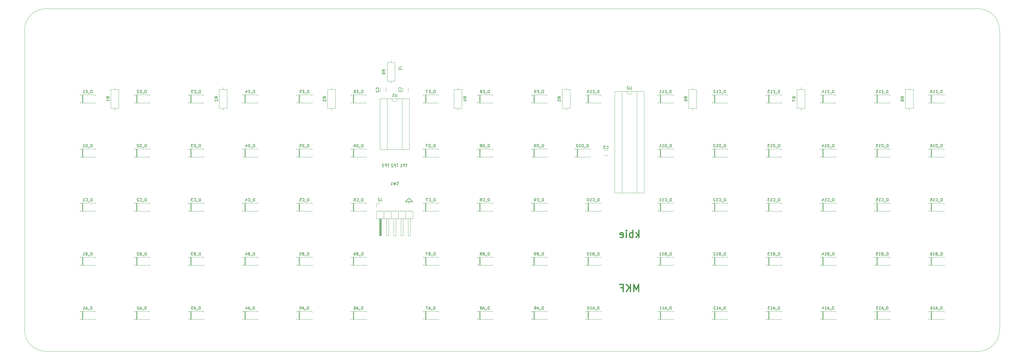
<source format=gbr>
%TF.GenerationSoftware,KiCad,Pcbnew,5.0.0-fee4fd1~66~ubuntu18.04.1*%
%TF.CreationDate,2018-09-12T00:22:08-07:00*%
%TF.ProjectId,keyboard2018,6B6579626F617264323031382E6B6963,rev?*%
%TF.SameCoordinates,Original*%
%TF.FileFunction,Legend,Bot*%
%TF.FilePolarity,Positive*%
%FSLAX46Y46*%
G04 Gerber Fmt 4.6, Leading zero omitted, Abs format (unit mm)*
G04 Created by KiCad (PCBNEW 5.0.0-fee4fd1~66~ubuntu18.04.1) date Wed Sep 12 00:22:08 2018*
%MOMM*%
%LPD*%
G01*
G04 APERTURE LIST*
%ADD10C,0.406400*%
%ADD11C,0.203200*%
%ADD12C,0.050800*%
%ADD13C,0.120000*%
G04 APERTURE END LIST*
D10*
X263555238Y-178949047D02*
X263555238Y-176409047D01*
X262708571Y-178223333D01*
X261861904Y-176409047D01*
X261861904Y-178949047D01*
X260652380Y-178949047D02*
X260652380Y-176409047D01*
X259200952Y-178949047D02*
X260289523Y-177497619D01*
X259200952Y-176409047D02*
X260652380Y-177860476D01*
X257265714Y-177618571D02*
X258112380Y-177618571D01*
X258112380Y-178949047D02*
X258112380Y-176409047D01*
X256902857Y-176409047D01*
D11*
X184150000Y-147320000D02*
X182880000Y-147320000D01*
X182880000Y-146050000D02*
X184150000Y-147320000D01*
X181610000Y-147320000D02*
X182880000Y-146050000D01*
X182880000Y-147320000D02*
X181610000Y-147320000D01*
X182880000Y-147955000D02*
X182880000Y-147320000D01*
D10*
X263615714Y-159899047D02*
X263615714Y-157359047D01*
X263373809Y-158931428D02*
X262648095Y-159899047D01*
X262648095Y-158205714D02*
X263615714Y-159173333D01*
X261559523Y-159899047D02*
X261559523Y-157359047D01*
X261559523Y-158326666D02*
X261317619Y-158205714D01*
X260833809Y-158205714D01*
X260591904Y-158326666D01*
X260470952Y-158447619D01*
X260350000Y-158689523D01*
X260350000Y-159415238D01*
X260470952Y-159657142D01*
X260591904Y-159778095D01*
X260833809Y-159899047D01*
X261317619Y-159899047D01*
X261559523Y-159778095D01*
X259261428Y-159899047D02*
X259261428Y-158205714D01*
X259261428Y-157359047D02*
X259382380Y-157480000D01*
X259261428Y-157600952D01*
X259140476Y-157480000D01*
X259261428Y-157359047D01*
X259261428Y-157600952D01*
X257084285Y-159778095D02*
X257326190Y-159899047D01*
X257810000Y-159899047D01*
X258051904Y-159778095D01*
X258172857Y-159536190D01*
X258172857Y-158568571D01*
X258051904Y-158326666D01*
X257810000Y-158205714D01*
X257326190Y-158205714D01*
X257084285Y-158326666D01*
X256963333Y-158568571D01*
X256963333Y-158810476D01*
X258172857Y-159052380D01*
D12*
X47625000Y-86995000D02*
G75*
G02X55245000Y-79375000I7620000J0D01*
G01*
X55245000Y-200025000D02*
G75*
G02X47625000Y-192405000I0J7620000D01*
G01*
X390525000Y-192405000D02*
G75*
G02X382905000Y-200025000I-7620000J0D01*
G01*
X382905000Y-79375000D02*
G75*
G02X390525000Y-86995000I0J-7620000D01*
G01*
X382905000Y-79375000D02*
X55245000Y-79375000D01*
X390525000Y-192405000D02*
X390525000Y-86995000D01*
X55245000Y-200025000D02*
X382905000Y-200025000D01*
X47625000Y-86995000D02*
X47625000Y-192405000D01*
D13*
X67910000Y-188795000D02*
X67910000Y-185855000D01*
X68150000Y-188795000D02*
X68150000Y-185855000D01*
X68030000Y-188795000D02*
X68030000Y-185855000D01*
X72570000Y-185855000D02*
X72570000Y-186185000D01*
X67130000Y-185855000D02*
X72570000Y-185855000D01*
X67130000Y-186185000D02*
X67130000Y-185855000D01*
X72570000Y-188795000D02*
X72570000Y-188465000D01*
X67130000Y-188795000D02*
X72570000Y-188795000D01*
X67130000Y-188465000D02*
X67130000Y-188795000D01*
X255210000Y-108465000D02*
X265490000Y-108465000D01*
X255210000Y-144265000D02*
X255210000Y-108465000D01*
X265490000Y-144265000D02*
X255210000Y-144265000D01*
X265490000Y-108465000D02*
X265490000Y-144265000D01*
X257700000Y-108525000D02*
X259350000Y-108525000D01*
X257700000Y-144205000D02*
X257700000Y-108525000D01*
X263000000Y-144205000D02*
X257700000Y-144205000D01*
X263000000Y-108525000D02*
X263000000Y-144205000D01*
X261350000Y-108525000D02*
X263000000Y-108525000D01*
X259350000Y-108525000D02*
G75*
G03X261350000Y-108525000I1000000J0D01*
G01*
X180690000Y-107301000D02*
X180690000Y-108559000D01*
X182530000Y-107301000D02*
X182530000Y-108559000D01*
X174656000Y-107341000D02*
X174656000Y-108599000D01*
X172816000Y-107341000D02*
X172816000Y-108599000D01*
X251486000Y-129255000D02*
X252744000Y-129255000D01*
X251486000Y-131095000D02*
X252744000Y-131095000D01*
X86180000Y-188465000D02*
X86180000Y-188795000D01*
X86180000Y-188795000D02*
X91620000Y-188795000D01*
X91620000Y-188795000D02*
X91620000Y-188465000D01*
X86180000Y-186185000D02*
X86180000Y-185855000D01*
X86180000Y-185855000D02*
X91620000Y-185855000D01*
X91620000Y-185855000D02*
X91620000Y-186185000D01*
X87080000Y-188795000D02*
X87080000Y-185855000D01*
X87200000Y-188795000D02*
X87200000Y-185855000D01*
X86960000Y-188795000D02*
X86960000Y-185855000D01*
X106010000Y-188795000D02*
X106010000Y-185855000D01*
X106250000Y-188795000D02*
X106250000Y-185855000D01*
X106130000Y-188795000D02*
X106130000Y-185855000D01*
X110670000Y-185855000D02*
X110670000Y-186185000D01*
X105230000Y-185855000D02*
X110670000Y-185855000D01*
X105230000Y-186185000D02*
X105230000Y-185855000D01*
X110670000Y-188795000D02*
X110670000Y-188465000D01*
X105230000Y-188795000D02*
X110670000Y-188795000D01*
X105230000Y-188465000D02*
X105230000Y-188795000D01*
X124280000Y-188465000D02*
X124280000Y-188795000D01*
X124280000Y-188795000D02*
X129720000Y-188795000D01*
X129720000Y-188795000D02*
X129720000Y-188465000D01*
X124280000Y-186185000D02*
X124280000Y-185855000D01*
X124280000Y-185855000D02*
X129720000Y-185855000D01*
X129720000Y-185855000D02*
X129720000Y-186185000D01*
X125180000Y-188795000D02*
X125180000Y-185855000D01*
X125300000Y-188795000D02*
X125300000Y-185855000D01*
X125060000Y-188795000D02*
X125060000Y-185855000D01*
X144110000Y-188795000D02*
X144110000Y-185855000D01*
X144350000Y-188795000D02*
X144350000Y-185855000D01*
X144230000Y-188795000D02*
X144230000Y-185855000D01*
X148770000Y-185855000D02*
X148770000Y-186185000D01*
X143330000Y-185855000D02*
X148770000Y-185855000D01*
X143330000Y-186185000D02*
X143330000Y-185855000D01*
X148770000Y-188795000D02*
X148770000Y-188465000D01*
X143330000Y-188795000D02*
X148770000Y-188795000D01*
X143330000Y-188465000D02*
X143330000Y-188795000D01*
X162380000Y-188465000D02*
X162380000Y-188795000D01*
X162380000Y-188795000D02*
X167820000Y-188795000D01*
X167820000Y-188795000D02*
X167820000Y-188465000D01*
X162380000Y-186185000D02*
X162380000Y-185855000D01*
X162380000Y-185855000D02*
X167820000Y-185855000D01*
X167820000Y-185855000D02*
X167820000Y-186185000D01*
X163280000Y-188795000D02*
X163280000Y-185855000D01*
X163400000Y-188795000D02*
X163400000Y-185855000D01*
X163160000Y-188795000D02*
X163160000Y-185855000D01*
X187780000Y-188465000D02*
X187780000Y-188795000D01*
X187780000Y-188795000D02*
X193220000Y-188795000D01*
X193220000Y-188795000D02*
X193220000Y-188465000D01*
X187780000Y-186185000D02*
X187780000Y-185855000D01*
X187780000Y-185855000D02*
X193220000Y-185855000D01*
X193220000Y-185855000D02*
X193220000Y-186185000D01*
X188680000Y-188795000D02*
X188680000Y-185855000D01*
X188800000Y-188795000D02*
X188800000Y-185855000D01*
X188560000Y-188795000D02*
X188560000Y-185855000D01*
X207610000Y-188795000D02*
X207610000Y-185855000D01*
X207850000Y-188795000D02*
X207850000Y-185855000D01*
X207730000Y-188795000D02*
X207730000Y-185855000D01*
X212270000Y-185855000D02*
X212270000Y-186185000D01*
X206830000Y-185855000D02*
X212270000Y-185855000D01*
X206830000Y-186185000D02*
X206830000Y-185855000D01*
X212270000Y-188795000D02*
X212270000Y-188465000D01*
X206830000Y-188795000D02*
X212270000Y-188795000D01*
X206830000Y-188465000D02*
X206830000Y-188795000D01*
X225880000Y-188465000D02*
X225880000Y-188795000D01*
X225880000Y-188795000D02*
X231320000Y-188795000D01*
X231320000Y-188795000D02*
X231320000Y-188465000D01*
X225880000Y-186185000D02*
X225880000Y-185855000D01*
X225880000Y-185855000D02*
X231320000Y-185855000D01*
X231320000Y-185855000D02*
X231320000Y-186185000D01*
X226780000Y-188795000D02*
X226780000Y-185855000D01*
X226900000Y-188795000D02*
X226900000Y-185855000D01*
X226660000Y-188795000D02*
X226660000Y-185855000D01*
X245710000Y-188795000D02*
X245710000Y-185855000D01*
X245950000Y-188795000D02*
X245950000Y-185855000D01*
X245830000Y-188795000D02*
X245830000Y-185855000D01*
X250370000Y-185855000D02*
X250370000Y-186185000D01*
X244930000Y-185855000D02*
X250370000Y-185855000D01*
X244930000Y-186185000D02*
X244930000Y-185855000D01*
X250370000Y-188795000D02*
X250370000Y-188465000D01*
X244930000Y-188795000D02*
X250370000Y-188795000D01*
X244930000Y-188465000D02*
X244930000Y-188795000D01*
X270330000Y-188465000D02*
X270330000Y-188795000D01*
X270330000Y-188795000D02*
X275770000Y-188795000D01*
X275770000Y-188795000D02*
X275770000Y-188465000D01*
X270330000Y-186185000D02*
X270330000Y-185855000D01*
X270330000Y-185855000D02*
X275770000Y-185855000D01*
X275770000Y-185855000D02*
X275770000Y-186185000D01*
X271230000Y-188795000D02*
X271230000Y-185855000D01*
X271350000Y-188795000D02*
X271350000Y-185855000D01*
X271110000Y-188795000D02*
X271110000Y-185855000D01*
X290160000Y-188795000D02*
X290160000Y-185855000D01*
X290400000Y-188795000D02*
X290400000Y-185855000D01*
X290280000Y-188795000D02*
X290280000Y-185855000D01*
X294820000Y-185855000D02*
X294820000Y-186185000D01*
X289380000Y-185855000D02*
X294820000Y-185855000D01*
X289380000Y-186185000D02*
X289380000Y-185855000D01*
X294820000Y-188795000D02*
X294820000Y-188465000D01*
X289380000Y-188795000D02*
X294820000Y-188795000D01*
X289380000Y-188465000D02*
X289380000Y-188795000D01*
X308430000Y-188465000D02*
X308430000Y-188795000D01*
X308430000Y-188795000D02*
X313870000Y-188795000D01*
X313870000Y-188795000D02*
X313870000Y-188465000D01*
X308430000Y-186185000D02*
X308430000Y-185855000D01*
X308430000Y-185855000D02*
X313870000Y-185855000D01*
X313870000Y-185855000D02*
X313870000Y-186185000D01*
X309330000Y-188795000D02*
X309330000Y-185855000D01*
X309450000Y-188795000D02*
X309450000Y-185855000D01*
X309210000Y-188795000D02*
X309210000Y-185855000D01*
X328260000Y-188795000D02*
X328260000Y-185855000D01*
X328500000Y-188795000D02*
X328500000Y-185855000D01*
X328380000Y-188795000D02*
X328380000Y-185855000D01*
X332920000Y-185855000D02*
X332920000Y-186185000D01*
X327480000Y-185855000D02*
X332920000Y-185855000D01*
X327480000Y-186185000D02*
X327480000Y-185855000D01*
X332920000Y-188795000D02*
X332920000Y-188465000D01*
X327480000Y-188795000D02*
X332920000Y-188795000D01*
X327480000Y-188465000D02*
X327480000Y-188795000D01*
X346530000Y-188465000D02*
X346530000Y-188795000D01*
X346530000Y-188795000D02*
X351970000Y-188795000D01*
X351970000Y-188795000D02*
X351970000Y-188465000D01*
X346530000Y-186185000D02*
X346530000Y-185855000D01*
X346530000Y-185855000D02*
X351970000Y-185855000D01*
X351970000Y-185855000D02*
X351970000Y-186185000D01*
X347430000Y-188795000D02*
X347430000Y-185855000D01*
X347550000Y-188795000D02*
X347550000Y-185855000D01*
X347310000Y-188795000D02*
X347310000Y-185855000D01*
X366360000Y-188795000D02*
X366360000Y-185855000D01*
X366600000Y-188795000D02*
X366600000Y-185855000D01*
X366480000Y-188795000D02*
X366480000Y-185855000D01*
X371020000Y-185855000D02*
X371020000Y-186185000D01*
X365580000Y-185855000D02*
X371020000Y-185855000D01*
X365580000Y-186185000D02*
X365580000Y-185855000D01*
X371020000Y-188795000D02*
X371020000Y-188465000D01*
X365580000Y-188795000D02*
X371020000Y-188795000D01*
X365580000Y-188465000D02*
X365580000Y-188795000D01*
X67910000Y-169745000D02*
X67910000Y-166805000D01*
X68150000Y-169745000D02*
X68150000Y-166805000D01*
X68030000Y-169745000D02*
X68030000Y-166805000D01*
X72570000Y-166805000D02*
X72570000Y-167135000D01*
X67130000Y-166805000D02*
X72570000Y-166805000D01*
X67130000Y-167135000D02*
X67130000Y-166805000D01*
X72570000Y-169745000D02*
X72570000Y-169415000D01*
X67130000Y-169745000D02*
X72570000Y-169745000D01*
X67130000Y-169415000D02*
X67130000Y-169745000D01*
X86180000Y-169415000D02*
X86180000Y-169745000D01*
X86180000Y-169745000D02*
X91620000Y-169745000D01*
X91620000Y-169745000D02*
X91620000Y-169415000D01*
X86180000Y-167135000D02*
X86180000Y-166805000D01*
X86180000Y-166805000D02*
X91620000Y-166805000D01*
X91620000Y-166805000D02*
X91620000Y-167135000D01*
X87080000Y-169745000D02*
X87080000Y-166805000D01*
X87200000Y-169745000D02*
X87200000Y-166805000D01*
X86960000Y-169745000D02*
X86960000Y-166805000D01*
X106010000Y-169745000D02*
X106010000Y-166805000D01*
X106250000Y-169745000D02*
X106250000Y-166805000D01*
X106130000Y-169745000D02*
X106130000Y-166805000D01*
X110670000Y-166805000D02*
X110670000Y-167135000D01*
X105230000Y-166805000D02*
X110670000Y-166805000D01*
X105230000Y-167135000D02*
X105230000Y-166805000D01*
X110670000Y-169745000D02*
X110670000Y-169415000D01*
X105230000Y-169745000D02*
X110670000Y-169745000D01*
X105230000Y-169415000D02*
X105230000Y-169745000D01*
X124280000Y-169415000D02*
X124280000Y-169745000D01*
X124280000Y-169745000D02*
X129720000Y-169745000D01*
X129720000Y-169745000D02*
X129720000Y-169415000D01*
X124280000Y-167135000D02*
X124280000Y-166805000D01*
X124280000Y-166805000D02*
X129720000Y-166805000D01*
X129720000Y-166805000D02*
X129720000Y-167135000D01*
X125180000Y-169745000D02*
X125180000Y-166805000D01*
X125300000Y-169745000D02*
X125300000Y-166805000D01*
X125060000Y-169745000D02*
X125060000Y-166805000D01*
X144110000Y-169745000D02*
X144110000Y-166805000D01*
X144350000Y-169745000D02*
X144350000Y-166805000D01*
X144230000Y-169745000D02*
X144230000Y-166805000D01*
X148770000Y-166805000D02*
X148770000Y-167135000D01*
X143330000Y-166805000D02*
X148770000Y-166805000D01*
X143330000Y-167135000D02*
X143330000Y-166805000D01*
X148770000Y-169745000D02*
X148770000Y-169415000D01*
X143330000Y-169745000D02*
X148770000Y-169745000D01*
X143330000Y-169415000D02*
X143330000Y-169745000D01*
X162380000Y-169415000D02*
X162380000Y-169745000D01*
X162380000Y-169745000D02*
X167820000Y-169745000D01*
X167820000Y-169745000D02*
X167820000Y-169415000D01*
X162380000Y-167135000D02*
X162380000Y-166805000D01*
X162380000Y-166805000D02*
X167820000Y-166805000D01*
X167820000Y-166805000D02*
X167820000Y-167135000D01*
X163280000Y-169745000D02*
X163280000Y-166805000D01*
X163400000Y-169745000D02*
X163400000Y-166805000D01*
X163160000Y-169745000D02*
X163160000Y-166805000D01*
X187780000Y-169415000D02*
X187780000Y-169745000D01*
X187780000Y-169745000D02*
X193220000Y-169745000D01*
X193220000Y-169745000D02*
X193220000Y-169415000D01*
X187780000Y-167135000D02*
X187780000Y-166805000D01*
X187780000Y-166805000D02*
X193220000Y-166805000D01*
X193220000Y-166805000D02*
X193220000Y-167135000D01*
X188680000Y-169745000D02*
X188680000Y-166805000D01*
X188800000Y-169745000D02*
X188800000Y-166805000D01*
X188560000Y-169745000D02*
X188560000Y-166805000D01*
X207610000Y-169745000D02*
X207610000Y-166805000D01*
X207850000Y-169745000D02*
X207850000Y-166805000D01*
X207730000Y-169745000D02*
X207730000Y-166805000D01*
X212270000Y-166805000D02*
X212270000Y-167135000D01*
X206830000Y-166805000D02*
X212270000Y-166805000D01*
X206830000Y-167135000D02*
X206830000Y-166805000D01*
X212270000Y-169745000D02*
X212270000Y-169415000D01*
X206830000Y-169745000D02*
X212270000Y-169745000D01*
X206830000Y-169415000D02*
X206830000Y-169745000D01*
X225880000Y-169415000D02*
X225880000Y-169745000D01*
X225880000Y-169745000D02*
X231320000Y-169745000D01*
X231320000Y-169745000D02*
X231320000Y-169415000D01*
X225880000Y-167135000D02*
X225880000Y-166805000D01*
X225880000Y-166805000D02*
X231320000Y-166805000D01*
X231320000Y-166805000D02*
X231320000Y-167135000D01*
X226780000Y-169745000D02*
X226780000Y-166805000D01*
X226900000Y-169745000D02*
X226900000Y-166805000D01*
X226660000Y-169745000D02*
X226660000Y-166805000D01*
X245710000Y-169745000D02*
X245710000Y-166805000D01*
X245950000Y-169745000D02*
X245950000Y-166805000D01*
X245830000Y-169745000D02*
X245830000Y-166805000D01*
X250370000Y-166805000D02*
X250370000Y-167135000D01*
X244930000Y-166805000D02*
X250370000Y-166805000D01*
X244930000Y-167135000D02*
X244930000Y-166805000D01*
X250370000Y-169745000D02*
X250370000Y-169415000D01*
X244930000Y-169745000D02*
X250370000Y-169745000D01*
X244930000Y-169415000D02*
X244930000Y-169745000D01*
X270330000Y-169415000D02*
X270330000Y-169745000D01*
X270330000Y-169745000D02*
X275770000Y-169745000D01*
X275770000Y-169745000D02*
X275770000Y-169415000D01*
X270330000Y-167135000D02*
X270330000Y-166805000D01*
X270330000Y-166805000D02*
X275770000Y-166805000D01*
X275770000Y-166805000D02*
X275770000Y-167135000D01*
X271230000Y-169745000D02*
X271230000Y-166805000D01*
X271350000Y-169745000D02*
X271350000Y-166805000D01*
X271110000Y-169745000D02*
X271110000Y-166805000D01*
X290160000Y-169745000D02*
X290160000Y-166805000D01*
X290400000Y-169745000D02*
X290400000Y-166805000D01*
X290280000Y-169745000D02*
X290280000Y-166805000D01*
X294820000Y-166805000D02*
X294820000Y-167135000D01*
X289380000Y-166805000D02*
X294820000Y-166805000D01*
X289380000Y-167135000D02*
X289380000Y-166805000D01*
X294820000Y-169745000D02*
X294820000Y-169415000D01*
X289380000Y-169745000D02*
X294820000Y-169745000D01*
X289380000Y-169415000D02*
X289380000Y-169745000D01*
X308430000Y-169415000D02*
X308430000Y-169745000D01*
X308430000Y-169745000D02*
X313870000Y-169745000D01*
X313870000Y-169745000D02*
X313870000Y-169415000D01*
X308430000Y-167135000D02*
X308430000Y-166805000D01*
X308430000Y-166805000D02*
X313870000Y-166805000D01*
X313870000Y-166805000D02*
X313870000Y-167135000D01*
X309330000Y-169745000D02*
X309330000Y-166805000D01*
X309450000Y-169745000D02*
X309450000Y-166805000D01*
X309210000Y-169745000D02*
X309210000Y-166805000D01*
X327480000Y-169415000D02*
X327480000Y-169745000D01*
X327480000Y-169745000D02*
X332920000Y-169745000D01*
X332920000Y-169745000D02*
X332920000Y-169415000D01*
X327480000Y-167135000D02*
X327480000Y-166805000D01*
X327480000Y-166805000D02*
X332920000Y-166805000D01*
X332920000Y-166805000D02*
X332920000Y-167135000D01*
X328380000Y-169745000D02*
X328380000Y-166805000D01*
X328500000Y-169745000D02*
X328500000Y-166805000D01*
X328260000Y-169745000D02*
X328260000Y-166805000D01*
X346530000Y-169415000D02*
X346530000Y-169745000D01*
X346530000Y-169745000D02*
X351970000Y-169745000D01*
X351970000Y-169745000D02*
X351970000Y-169415000D01*
X346530000Y-167135000D02*
X346530000Y-166805000D01*
X346530000Y-166805000D02*
X351970000Y-166805000D01*
X351970000Y-166805000D02*
X351970000Y-167135000D01*
X347430000Y-169745000D02*
X347430000Y-166805000D01*
X347550000Y-169745000D02*
X347550000Y-166805000D01*
X347310000Y-169745000D02*
X347310000Y-166805000D01*
X365580000Y-169415000D02*
X365580000Y-169745000D01*
X365580000Y-169745000D02*
X371020000Y-169745000D01*
X371020000Y-169745000D02*
X371020000Y-169415000D01*
X365580000Y-167135000D02*
X365580000Y-166805000D01*
X365580000Y-166805000D02*
X371020000Y-166805000D01*
X371020000Y-166805000D02*
X371020000Y-167135000D01*
X366480000Y-169745000D02*
X366480000Y-166805000D01*
X366600000Y-169745000D02*
X366600000Y-166805000D01*
X366360000Y-169745000D02*
X366360000Y-166805000D01*
X67130000Y-150365000D02*
X67130000Y-150695000D01*
X67130000Y-150695000D02*
X72570000Y-150695000D01*
X72570000Y-150695000D02*
X72570000Y-150365000D01*
X67130000Y-148085000D02*
X67130000Y-147755000D01*
X67130000Y-147755000D02*
X72570000Y-147755000D01*
X72570000Y-147755000D02*
X72570000Y-148085000D01*
X68030000Y-150695000D02*
X68030000Y-147755000D01*
X68150000Y-150695000D02*
X68150000Y-147755000D01*
X67910000Y-150695000D02*
X67910000Y-147755000D01*
X86180000Y-150365000D02*
X86180000Y-150695000D01*
X86180000Y-150695000D02*
X91620000Y-150695000D01*
X91620000Y-150695000D02*
X91620000Y-150365000D01*
X86180000Y-148085000D02*
X86180000Y-147755000D01*
X86180000Y-147755000D02*
X91620000Y-147755000D01*
X91620000Y-147755000D02*
X91620000Y-148085000D01*
X87080000Y-150695000D02*
X87080000Y-147755000D01*
X87200000Y-150695000D02*
X87200000Y-147755000D01*
X86960000Y-150695000D02*
X86960000Y-147755000D01*
X106010000Y-150695000D02*
X106010000Y-147755000D01*
X106250000Y-150695000D02*
X106250000Y-147755000D01*
X106130000Y-150695000D02*
X106130000Y-147755000D01*
X110670000Y-147755000D02*
X110670000Y-148085000D01*
X105230000Y-147755000D02*
X110670000Y-147755000D01*
X105230000Y-148085000D02*
X105230000Y-147755000D01*
X110670000Y-150695000D02*
X110670000Y-150365000D01*
X105230000Y-150695000D02*
X110670000Y-150695000D01*
X105230000Y-150365000D02*
X105230000Y-150695000D01*
X124280000Y-150365000D02*
X124280000Y-150695000D01*
X124280000Y-150695000D02*
X129720000Y-150695000D01*
X129720000Y-150695000D02*
X129720000Y-150365000D01*
X124280000Y-148085000D02*
X124280000Y-147755000D01*
X124280000Y-147755000D02*
X129720000Y-147755000D01*
X129720000Y-147755000D02*
X129720000Y-148085000D01*
X125180000Y-150695000D02*
X125180000Y-147755000D01*
X125300000Y-150695000D02*
X125300000Y-147755000D01*
X125060000Y-150695000D02*
X125060000Y-147755000D01*
X144110000Y-150695000D02*
X144110000Y-147755000D01*
X144350000Y-150695000D02*
X144350000Y-147755000D01*
X144230000Y-150695000D02*
X144230000Y-147755000D01*
X148770000Y-147755000D02*
X148770000Y-148085000D01*
X143330000Y-147755000D02*
X148770000Y-147755000D01*
X143330000Y-148085000D02*
X143330000Y-147755000D01*
X148770000Y-150695000D02*
X148770000Y-150365000D01*
X143330000Y-150695000D02*
X148770000Y-150695000D01*
X143330000Y-150365000D02*
X143330000Y-150695000D01*
X162380000Y-150365000D02*
X162380000Y-150695000D01*
X162380000Y-150695000D02*
X167820000Y-150695000D01*
X167820000Y-150695000D02*
X167820000Y-150365000D01*
X162380000Y-148085000D02*
X162380000Y-147755000D01*
X162380000Y-147755000D02*
X167820000Y-147755000D01*
X167820000Y-147755000D02*
X167820000Y-148085000D01*
X163280000Y-150695000D02*
X163280000Y-147755000D01*
X163400000Y-150695000D02*
X163400000Y-147755000D01*
X163160000Y-150695000D02*
X163160000Y-147755000D01*
X187780000Y-150365000D02*
X187780000Y-150695000D01*
X187780000Y-150695000D02*
X193220000Y-150695000D01*
X193220000Y-150695000D02*
X193220000Y-150365000D01*
X187780000Y-148085000D02*
X187780000Y-147755000D01*
X187780000Y-147755000D02*
X193220000Y-147755000D01*
X193220000Y-147755000D02*
X193220000Y-148085000D01*
X188680000Y-150695000D02*
X188680000Y-147755000D01*
X188800000Y-150695000D02*
X188800000Y-147755000D01*
X188560000Y-150695000D02*
X188560000Y-147755000D01*
X207610000Y-150695000D02*
X207610000Y-147755000D01*
X207850000Y-150695000D02*
X207850000Y-147755000D01*
X207730000Y-150695000D02*
X207730000Y-147755000D01*
X212270000Y-147755000D02*
X212270000Y-148085000D01*
X206830000Y-147755000D02*
X212270000Y-147755000D01*
X206830000Y-148085000D02*
X206830000Y-147755000D01*
X212270000Y-150695000D02*
X212270000Y-150365000D01*
X206830000Y-150695000D02*
X212270000Y-150695000D01*
X206830000Y-150365000D02*
X206830000Y-150695000D01*
X225880000Y-150365000D02*
X225880000Y-150695000D01*
X225880000Y-150695000D02*
X231320000Y-150695000D01*
X231320000Y-150695000D02*
X231320000Y-150365000D01*
X225880000Y-148085000D02*
X225880000Y-147755000D01*
X225880000Y-147755000D02*
X231320000Y-147755000D01*
X231320000Y-147755000D02*
X231320000Y-148085000D01*
X226780000Y-150695000D02*
X226780000Y-147755000D01*
X226900000Y-150695000D02*
X226900000Y-147755000D01*
X226660000Y-150695000D02*
X226660000Y-147755000D01*
X245710000Y-150695000D02*
X245710000Y-147755000D01*
X245950000Y-150695000D02*
X245950000Y-147755000D01*
X245830000Y-150695000D02*
X245830000Y-147755000D01*
X250370000Y-147755000D02*
X250370000Y-148085000D01*
X244930000Y-147755000D02*
X250370000Y-147755000D01*
X244930000Y-148085000D02*
X244930000Y-147755000D01*
X250370000Y-150695000D02*
X250370000Y-150365000D01*
X244930000Y-150695000D02*
X250370000Y-150695000D01*
X244930000Y-150365000D02*
X244930000Y-150695000D01*
X270330000Y-150365000D02*
X270330000Y-150695000D01*
X270330000Y-150695000D02*
X275770000Y-150695000D01*
X275770000Y-150695000D02*
X275770000Y-150365000D01*
X270330000Y-148085000D02*
X270330000Y-147755000D01*
X270330000Y-147755000D02*
X275770000Y-147755000D01*
X275770000Y-147755000D02*
X275770000Y-148085000D01*
X271230000Y-150695000D02*
X271230000Y-147755000D01*
X271350000Y-150695000D02*
X271350000Y-147755000D01*
X271110000Y-150695000D02*
X271110000Y-147755000D01*
X290160000Y-150695000D02*
X290160000Y-147755000D01*
X290400000Y-150695000D02*
X290400000Y-147755000D01*
X290280000Y-150695000D02*
X290280000Y-147755000D01*
X294820000Y-147755000D02*
X294820000Y-148085000D01*
X289380000Y-147755000D02*
X294820000Y-147755000D01*
X289380000Y-148085000D02*
X289380000Y-147755000D01*
X294820000Y-150695000D02*
X294820000Y-150365000D01*
X289380000Y-150695000D02*
X294820000Y-150695000D01*
X289380000Y-150365000D02*
X289380000Y-150695000D01*
X309210000Y-150695000D02*
X309210000Y-147755000D01*
X309450000Y-150695000D02*
X309450000Y-147755000D01*
X309330000Y-150695000D02*
X309330000Y-147755000D01*
X313870000Y-147755000D02*
X313870000Y-148085000D01*
X308430000Y-147755000D02*
X313870000Y-147755000D01*
X308430000Y-148085000D02*
X308430000Y-147755000D01*
X313870000Y-150695000D02*
X313870000Y-150365000D01*
X308430000Y-150695000D02*
X313870000Y-150695000D01*
X308430000Y-150365000D02*
X308430000Y-150695000D01*
X327480000Y-150365000D02*
X327480000Y-150695000D01*
X327480000Y-150695000D02*
X332920000Y-150695000D01*
X332920000Y-150695000D02*
X332920000Y-150365000D01*
X327480000Y-148085000D02*
X327480000Y-147755000D01*
X327480000Y-147755000D02*
X332920000Y-147755000D01*
X332920000Y-147755000D02*
X332920000Y-148085000D01*
X328380000Y-150695000D02*
X328380000Y-147755000D01*
X328500000Y-150695000D02*
X328500000Y-147755000D01*
X328260000Y-150695000D02*
X328260000Y-147755000D01*
X347310000Y-150695000D02*
X347310000Y-147755000D01*
X347550000Y-150695000D02*
X347550000Y-147755000D01*
X347430000Y-150695000D02*
X347430000Y-147755000D01*
X351970000Y-147755000D02*
X351970000Y-148085000D01*
X346530000Y-147755000D02*
X351970000Y-147755000D01*
X346530000Y-148085000D02*
X346530000Y-147755000D01*
X351970000Y-150695000D02*
X351970000Y-150365000D01*
X346530000Y-150695000D02*
X351970000Y-150695000D01*
X346530000Y-150365000D02*
X346530000Y-150695000D01*
X365580000Y-150365000D02*
X365580000Y-150695000D01*
X365580000Y-150695000D02*
X371020000Y-150695000D01*
X371020000Y-150695000D02*
X371020000Y-150365000D01*
X365580000Y-148085000D02*
X365580000Y-147755000D01*
X365580000Y-147755000D02*
X371020000Y-147755000D01*
X371020000Y-147755000D02*
X371020000Y-148085000D01*
X366480000Y-150695000D02*
X366480000Y-147755000D01*
X366600000Y-150695000D02*
X366600000Y-147755000D01*
X366360000Y-150695000D02*
X366360000Y-147755000D01*
X67130000Y-131315000D02*
X67130000Y-131645000D01*
X67130000Y-131645000D02*
X72570000Y-131645000D01*
X72570000Y-131645000D02*
X72570000Y-131315000D01*
X67130000Y-129035000D02*
X67130000Y-128705000D01*
X67130000Y-128705000D02*
X72570000Y-128705000D01*
X72570000Y-128705000D02*
X72570000Y-129035000D01*
X68030000Y-131645000D02*
X68030000Y-128705000D01*
X68150000Y-131645000D02*
X68150000Y-128705000D01*
X67910000Y-131645000D02*
X67910000Y-128705000D01*
X86960000Y-131645000D02*
X86960000Y-128705000D01*
X87200000Y-131645000D02*
X87200000Y-128705000D01*
X87080000Y-131645000D02*
X87080000Y-128705000D01*
X91620000Y-128705000D02*
X91620000Y-129035000D01*
X86180000Y-128705000D02*
X91620000Y-128705000D01*
X86180000Y-129035000D02*
X86180000Y-128705000D01*
X91620000Y-131645000D02*
X91620000Y-131315000D01*
X86180000Y-131645000D02*
X91620000Y-131645000D01*
X86180000Y-131315000D02*
X86180000Y-131645000D01*
X105230000Y-131315000D02*
X105230000Y-131645000D01*
X105230000Y-131645000D02*
X110670000Y-131645000D01*
X110670000Y-131645000D02*
X110670000Y-131315000D01*
X105230000Y-129035000D02*
X105230000Y-128705000D01*
X105230000Y-128705000D02*
X110670000Y-128705000D01*
X110670000Y-128705000D02*
X110670000Y-129035000D01*
X106130000Y-131645000D02*
X106130000Y-128705000D01*
X106250000Y-131645000D02*
X106250000Y-128705000D01*
X106010000Y-131645000D02*
X106010000Y-128705000D01*
X125060000Y-131645000D02*
X125060000Y-128705000D01*
X125300000Y-131645000D02*
X125300000Y-128705000D01*
X125180000Y-131645000D02*
X125180000Y-128705000D01*
X129720000Y-128705000D02*
X129720000Y-129035000D01*
X124280000Y-128705000D02*
X129720000Y-128705000D01*
X124280000Y-129035000D02*
X124280000Y-128705000D01*
X129720000Y-131645000D02*
X129720000Y-131315000D01*
X124280000Y-131645000D02*
X129720000Y-131645000D01*
X124280000Y-131315000D02*
X124280000Y-131645000D01*
X143330000Y-131315000D02*
X143330000Y-131645000D01*
X143330000Y-131645000D02*
X148770000Y-131645000D01*
X148770000Y-131645000D02*
X148770000Y-131315000D01*
X143330000Y-129035000D02*
X143330000Y-128705000D01*
X143330000Y-128705000D02*
X148770000Y-128705000D01*
X148770000Y-128705000D02*
X148770000Y-129035000D01*
X144230000Y-131645000D02*
X144230000Y-128705000D01*
X144350000Y-131645000D02*
X144350000Y-128705000D01*
X144110000Y-131645000D02*
X144110000Y-128705000D01*
X163160000Y-131645000D02*
X163160000Y-128705000D01*
X163400000Y-131645000D02*
X163400000Y-128705000D01*
X163280000Y-131645000D02*
X163280000Y-128705000D01*
X167820000Y-128705000D02*
X167820000Y-129035000D01*
X162380000Y-128705000D02*
X167820000Y-128705000D01*
X162380000Y-129035000D02*
X162380000Y-128705000D01*
X167820000Y-131645000D02*
X167820000Y-131315000D01*
X162380000Y-131645000D02*
X167820000Y-131645000D01*
X162380000Y-131315000D02*
X162380000Y-131645000D01*
X188560000Y-131645000D02*
X188560000Y-128705000D01*
X188800000Y-131645000D02*
X188800000Y-128705000D01*
X188680000Y-131645000D02*
X188680000Y-128705000D01*
X193220000Y-128705000D02*
X193220000Y-129035000D01*
X187780000Y-128705000D02*
X193220000Y-128705000D01*
X187780000Y-129035000D02*
X187780000Y-128705000D01*
X193220000Y-131645000D02*
X193220000Y-131315000D01*
X187780000Y-131645000D02*
X193220000Y-131645000D01*
X187780000Y-131315000D02*
X187780000Y-131645000D01*
X206830000Y-131315000D02*
X206830000Y-131645000D01*
X206830000Y-131645000D02*
X212270000Y-131645000D01*
X212270000Y-131645000D02*
X212270000Y-131315000D01*
X206830000Y-129035000D02*
X206830000Y-128705000D01*
X206830000Y-128705000D02*
X212270000Y-128705000D01*
X212270000Y-128705000D02*
X212270000Y-129035000D01*
X207730000Y-131645000D02*
X207730000Y-128705000D01*
X207850000Y-131645000D02*
X207850000Y-128705000D01*
X207610000Y-131645000D02*
X207610000Y-128705000D01*
X226660000Y-131645000D02*
X226660000Y-128705000D01*
X226900000Y-131645000D02*
X226900000Y-128705000D01*
X226780000Y-131645000D02*
X226780000Y-128705000D01*
X231320000Y-128705000D02*
X231320000Y-129035000D01*
X225880000Y-128705000D02*
X231320000Y-128705000D01*
X225880000Y-129035000D02*
X225880000Y-128705000D01*
X231320000Y-131645000D02*
X231320000Y-131315000D01*
X225880000Y-131645000D02*
X231320000Y-131645000D01*
X225880000Y-131315000D02*
X225880000Y-131645000D01*
X241120000Y-131315000D02*
X241120000Y-131645000D01*
X241120000Y-131645000D02*
X246560000Y-131645000D01*
X246560000Y-131645000D02*
X246560000Y-131315000D01*
X241120000Y-129035000D02*
X241120000Y-128705000D01*
X241120000Y-128705000D02*
X246560000Y-128705000D01*
X246560000Y-128705000D02*
X246560000Y-129035000D01*
X242020000Y-131645000D02*
X242020000Y-128705000D01*
X242140000Y-131645000D02*
X242140000Y-128705000D01*
X241900000Y-131645000D02*
X241900000Y-128705000D01*
X271110000Y-131645000D02*
X271110000Y-128705000D01*
X271350000Y-131645000D02*
X271350000Y-128705000D01*
X271230000Y-131645000D02*
X271230000Y-128705000D01*
X275770000Y-128705000D02*
X275770000Y-129035000D01*
X270330000Y-128705000D02*
X275770000Y-128705000D01*
X270330000Y-129035000D02*
X270330000Y-128705000D01*
X275770000Y-131645000D02*
X275770000Y-131315000D01*
X270330000Y-131645000D02*
X275770000Y-131645000D01*
X270330000Y-131315000D02*
X270330000Y-131645000D01*
X290160000Y-131645000D02*
X290160000Y-128705000D01*
X290400000Y-131645000D02*
X290400000Y-128705000D01*
X290280000Y-131645000D02*
X290280000Y-128705000D01*
X294820000Y-128705000D02*
X294820000Y-129035000D01*
X289380000Y-128705000D02*
X294820000Y-128705000D01*
X289380000Y-129035000D02*
X289380000Y-128705000D01*
X294820000Y-131645000D02*
X294820000Y-131315000D01*
X289380000Y-131645000D02*
X294820000Y-131645000D01*
X289380000Y-131315000D02*
X289380000Y-131645000D01*
X308430000Y-131315000D02*
X308430000Y-131645000D01*
X308430000Y-131645000D02*
X313870000Y-131645000D01*
X313870000Y-131645000D02*
X313870000Y-131315000D01*
X308430000Y-129035000D02*
X308430000Y-128705000D01*
X308430000Y-128705000D02*
X313870000Y-128705000D01*
X313870000Y-128705000D02*
X313870000Y-129035000D01*
X309330000Y-131645000D02*
X309330000Y-128705000D01*
X309450000Y-131645000D02*
X309450000Y-128705000D01*
X309210000Y-131645000D02*
X309210000Y-128705000D01*
X328260000Y-131645000D02*
X328260000Y-128705000D01*
X328500000Y-131645000D02*
X328500000Y-128705000D01*
X328380000Y-131645000D02*
X328380000Y-128705000D01*
X332920000Y-128705000D02*
X332920000Y-129035000D01*
X327480000Y-128705000D02*
X332920000Y-128705000D01*
X327480000Y-129035000D02*
X327480000Y-128705000D01*
X332920000Y-131645000D02*
X332920000Y-131315000D01*
X327480000Y-131645000D02*
X332920000Y-131645000D01*
X327480000Y-131315000D02*
X327480000Y-131645000D01*
X346530000Y-131315000D02*
X346530000Y-131645000D01*
X346530000Y-131645000D02*
X351970000Y-131645000D01*
X351970000Y-131645000D02*
X351970000Y-131315000D01*
X346530000Y-129035000D02*
X346530000Y-128705000D01*
X346530000Y-128705000D02*
X351970000Y-128705000D01*
X351970000Y-128705000D02*
X351970000Y-129035000D01*
X347430000Y-131645000D02*
X347430000Y-128705000D01*
X347550000Y-131645000D02*
X347550000Y-128705000D01*
X347310000Y-131645000D02*
X347310000Y-128705000D01*
X366360000Y-131645000D02*
X366360000Y-128705000D01*
X366600000Y-131645000D02*
X366600000Y-128705000D01*
X366480000Y-131645000D02*
X366480000Y-128705000D01*
X371020000Y-128705000D02*
X371020000Y-129035000D01*
X365580000Y-128705000D02*
X371020000Y-128705000D01*
X365580000Y-129035000D02*
X365580000Y-128705000D01*
X371020000Y-131645000D02*
X371020000Y-131315000D01*
X365580000Y-131645000D02*
X371020000Y-131645000D01*
X365580000Y-131315000D02*
X365580000Y-131645000D01*
X67130000Y-112265000D02*
X67130000Y-112595000D01*
X67130000Y-112595000D02*
X72570000Y-112595000D01*
X72570000Y-112595000D02*
X72570000Y-112265000D01*
X67130000Y-109985000D02*
X67130000Y-109655000D01*
X67130000Y-109655000D02*
X72570000Y-109655000D01*
X72570000Y-109655000D02*
X72570000Y-109985000D01*
X68030000Y-112595000D02*
X68030000Y-109655000D01*
X68150000Y-112595000D02*
X68150000Y-109655000D01*
X67910000Y-112595000D02*
X67910000Y-109655000D01*
X86180000Y-112265000D02*
X86180000Y-112595000D01*
X86180000Y-112595000D02*
X91620000Y-112595000D01*
X91620000Y-112595000D02*
X91620000Y-112265000D01*
X86180000Y-109985000D02*
X86180000Y-109655000D01*
X86180000Y-109655000D02*
X91620000Y-109655000D01*
X91620000Y-109655000D02*
X91620000Y-109985000D01*
X87080000Y-112595000D02*
X87080000Y-109655000D01*
X87200000Y-112595000D02*
X87200000Y-109655000D01*
X86960000Y-112595000D02*
X86960000Y-109655000D01*
X105230000Y-112265000D02*
X105230000Y-112595000D01*
X105230000Y-112595000D02*
X110670000Y-112595000D01*
X110670000Y-112595000D02*
X110670000Y-112265000D01*
X105230000Y-109985000D02*
X105230000Y-109655000D01*
X105230000Y-109655000D02*
X110670000Y-109655000D01*
X110670000Y-109655000D02*
X110670000Y-109985000D01*
X106130000Y-112595000D02*
X106130000Y-109655000D01*
X106250000Y-112595000D02*
X106250000Y-109655000D01*
X106010000Y-112595000D02*
X106010000Y-109655000D01*
X124280000Y-112265000D02*
X124280000Y-112595000D01*
X124280000Y-112595000D02*
X129720000Y-112595000D01*
X129720000Y-112595000D02*
X129720000Y-112265000D01*
X124280000Y-109985000D02*
X124280000Y-109655000D01*
X124280000Y-109655000D02*
X129720000Y-109655000D01*
X129720000Y-109655000D02*
X129720000Y-109985000D01*
X125180000Y-112595000D02*
X125180000Y-109655000D01*
X125300000Y-112595000D02*
X125300000Y-109655000D01*
X125060000Y-112595000D02*
X125060000Y-109655000D01*
X143330000Y-112265000D02*
X143330000Y-112595000D01*
X143330000Y-112595000D02*
X148770000Y-112595000D01*
X148770000Y-112595000D02*
X148770000Y-112265000D01*
X143330000Y-109985000D02*
X143330000Y-109655000D01*
X143330000Y-109655000D02*
X148770000Y-109655000D01*
X148770000Y-109655000D02*
X148770000Y-109985000D01*
X144230000Y-112595000D02*
X144230000Y-109655000D01*
X144350000Y-112595000D02*
X144350000Y-109655000D01*
X144110000Y-112595000D02*
X144110000Y-109655000D01*
X162380000Y-112265000D02*
X162380000Y-112595000D01*
X162380000Y-112595000D02*
X167820000Y-112595000D01*
X167820000Y-112595000D02*
X167820000Y-112265000D01*
X162380000Y-109985000D02*
X162380000Y-109655000D01*
X162380000Y-109655000D02*
X167820000Y-109655000D01*
X167820000Y-109655000D02*
X167820000Y-109985000D01*
X163280000Y-112595000D02*
X163280000Y-109655000D01*
X163400000Y-112595000D02*
X163400000Y-109655000D01*
X163160000Y-112595000D02*
X163160000Y-109655000D01*
X187780000Y-112265000D02*
X187780000Y-112595000D01*
X187780000Y-112595000D02*
X193220000Y-112595000D01*
X193220000Y-112595000D02*
X193220000Y-112265000D01*
X187780000Y-109985000D02*
X187780000Y-109655000D01*
X187780000Y-109655000D02*
X193220000Y-109655000D01*
X193220000Y-109655000D02*
X193220000Y-109985000D01*
X188680000Y-112595000D02*
X188680000Y-109655000D01*
X188800000Y-112595000D02*
X188800000Y-109655000D01*
X188560000Y-112595000D02*
X188560000Y-109655000D01*
X207610000Y-112595000D02*
X207610000Y-109655000D01*
X207850000Y-112595000D02*
X207850000Y-109655000D01*
X207730000Y-112595000D02*
X207730000Y-109655000D01*
X212270000Y-109655000D02*
X212270000Y-109985000D01*
X206830000Y-109655000D02*
X212270000Y-109655000D01*
X206830000Y-109985000D02*
X206830000Y-109655000D01*
X212270000Y-112595000D02*
X212270000Y-112265000D01*
X206830000Y-112595000D02*
X212270000Y-112595000D01*
X206830000Y-112265000D02*
X206830000Y-112595000D01*
X225880000Y-112265000D02*
X225880000Y-112595000D01*
X225880000Y-112595000D02*
X231320000Y-112595000D01*
X231320000Y-112595000D02*
X231320000Y-112265000D01*
X225880000Y-109985000D02*
X225880000Y-109655000D01*
X225880000Y-109655000D02*
X231320000Y-109655000D01*
X231320000Y-109655000D02*
X231320000Y-109985000D01*
X226780000Y-112595000D02*
X226780000Y-109655000D01*
X226900000Y-112595000D02*
X226900000Y-109655000D01*
X226660000Y-112595000D02*
X226660000Y-109655000D01*
X244930000Y-112265000D02*
X244930000Y-112595000D01*
X244930000Y-112595000D02*
X250370000Y-112595000D01*
X250370000Y-112595000D02*
X250370000Y-112265000D01*
X244930000Y-109985000D02*
X244930000Y-109655000D01*
X244930000Y-109655000D02*
X250370000Y-109655000D01*
X250370000Y-109655000D02*
X250370000Y-109985000D01*
X245830000Y-112595000D02*
X245830000Y-109655000D01*
X245950000Y-112595000D02*
X245950000Y-109655000D01*
X245710000Y-112595000D02*
X245710000Y-109655000D01*
X270330000Y-112265000D02*
X270330000Y-112595000D01*
X270330000Y-112595000D02*
X275770000Y-112595000D01*
X275770000Y-112595000D02*
X275770000Y-112265000D01*
X270330000Y-109985000D02*
X270330000Y-109655000D01*
X270330000Y-109655000D02*
X275770000Y-109655000D01*
X275770000Y-109655000D02*
X275770000Y-109985000D01*
X271230000Y-112595000D02*
X271230000Y-109655000D01*
X271350000Y-112595000D02*
X271350000Y-109655000D01*
X271110000Y-112595000D02*
X271110000Y-109655000D01*
X289380000Y-112265000D02*
X289380000Y-112595000D01*
X289380000Y-112595000D02*
X294820000Y-112595000D01*
X294820000Y-112595000D02*
X294820000Y-112265000D01*
X289380000Y-109985000D02*
X289380000Y-109655000D01*
X289380000Y-109655000D02*
X294820000Y-109655000D01*
X294820000Y-109655000D02*
X294820000Y-109985000D01*
X290280000Y-112595000D02*
X290280000Y-109655000D01*
X290400000Y-112595000D02*
X290400000Y-109655000D01*
X290160000Y-112595000D02*
X290160000Y-109655000D01*
X309210000Y-112595000D02*
X309210000Y-109655000D01*
X309450000Y-112595000D02*
X309450000Y-109655000D01*
X309330000Y-112595000D02*
X309330000Y-109655000D01*
X313870000Y-109655000D02*
X313870000Y-109985000D01*
X308430000Y-109655000D02*
X313870000Y-109655000D01*
X308430000Y-109985000D02*
X308430000Y-109655000D01*
X313870000Y-112595000D02*
X313870000Y-112265000D01*
X308430000Y-112595000D02*
X313870000Y-112595000D01*
X308430000Y-112265000D02*
X308430000Y-112595000D01*
X327480000Y-112265000D02*
X327480000Y-112595000D01*
X327480000Y-112595000D02*
X332920000Y-112595000D01*
X332920000Y-112595000D02*
X332920000Y-112265000D01*
X327480000Y-109985000D02*
X327480000Y-109655000D01*
X327480000Y-109655000D02*
X332920000Y-109655000D01*
X332920000Y-109655000D02*
X332920000Y-109985000D01*
X328380000Y-112595000D02*
X328380000Y-109655000D01*
X328500000Y-112595000D02*
X328500000Y-109655000D01*
X328260000Y-112595000D02*
X328260000Y-109655000D01*
X346530000Y-112265000D02*
X346530000Y-112595000D01*
X346530000Y-112595000D02*
X351970000Y-112595000D01*
X351970000Y-112595000D02*
X351970000Y-112265000D01*
X346530000Y-109985000D02*
X346530000Y-109655000D01*
X346530000Y-109655000D02*
X351970000Y-109655000D01*
X351970000Y-109655000D02*
X351970000Y-109985000D01*
X347430000Y-112595000D02*
X347430000Y-109655000D01*
X347550000Y-112595000D02*
X347550000Y-109655000D01*
X347310000Y-112595000D02*
X347310000Y-109655000D01*
X365580000Y-112265000D02*
X365580000Y-112595000D01*
X365580000Y-112595000D02*
X371020000Y-112595000D01*
X371020000Y-112595000D02*
X371020000Y-112265000D01*
X365580000Y-109985000D02*
X365580000Y-109655000D01*
X365580000Y-109655000D02*
X371020000Y-109655000D01*
X371020000Y-109655000D02*
X371020000Y-109985000D01*
X366480000Y-112595000D02*
X366480000Y-109655000D01*
X366600000Y-112595000D02*
X366600000Y-109655000D01*
X366360000Y-112595000D02*
X366360000Y-109655000D01*
X171450000Y-147955000D02*
X171450000Y-149225000D01*
X172720000Y-147955000D02*
X171450000Y-147955000D01*
X183260000Y-150267929D02*
X183260000Y-150665000D01*
X182500000Y-150267929D02*
X182500000Y-150665000D01*
X183260000Y-159325000D02*
X183260000Y-153325000D01*
X182500000Y-159325000D02*
X183260000Y-159325000D01*
X182500000Y-153325000D02*
X182500000Y-159325000D01*
X181610000Y-150665000D02*
X181610000Y-153325000D01*
X180720000Y-150267929D02*
X180720000Y-150665000D01*
X179960000Y-150267929D02*
X179960000Y-150665000D01*
X180720000Y-159325000D02*
X180720000Y-153325000D01*
X179960000Y-159325000D02*
X180720000Y-159325000D01*
X179960000Y-153325000D02*
X179960000Y-159325000D01*
X179070000Y-150665000D02*
X179070000Y-153325000D01*
X178180000Y-150267929D02*
X178180000Y-150665000D01*
X177420000Y-150267929D02*
X177420000Y-150665000D01*
X178180000Y-159325000D02*
X178180000Y-153325000D01*
X177420000Y-159325000D02*
X178180000Y-159325000D01*
X177420000Y-153325000D02*
X177420000Y-159325000D01*
X176530000Y-150665000D02*
X176530000Y-153325000D01*
X175640000Y-150267929D02*
X175640000Y-150665000D01*
X174880000Y-150267929D02*
X174880000Y-150665000D01*
X175640000Y-159325000D02*
X175640000Y-153325000D01*
X174880000Y-159325000D02*
X175640000Y-159325000D01*
X174880000Y-153325000D02*
X174880000Y-159325000D01*
X173990000Y-150665000D02*
X173990000Y-153325000D01*
X173100000Y-150335000D02*
X173100000Y-150665000D01*
X172340000Y-150335000D02*
X172340000Y-150665000D01*
X173000000Y-153325000D02*
X173000000Y-159325000D01*
X172880000Y-153325000D02*
X172880000Y-159325000D01*
X172760000Y-153325000D02*
X172760000Y-159325000D01*
X172640000Y-153325000D02*
X172640000Y-159325000D01*
X172520000Y-153325000D02*
X172520000Y-159325000D01*
X172400000Y-153325000D02*
X172400000Y-159325000D01*
X173100000Y-159325000D02*
X173100000Y-153325000D01*
X172340000Y-159325000D02*
X173100000Y-159325000D01*
X172340000Y-153325000D02*
X172340000Y-159325000D01*
X171390000Y-153325000D02*
X171390000Y-150665000D01*
X184210000Y-153325000D02*
X171390000Y-153325000D01*
X184210000Y-150665000D02*
X184210000Y-153325000D01*
X171390000Y-150665000D02*
X184210000Y-150665000D01*
X78005000Y-107855000D02*
X80745000Y-107855000D01*
X80745000Y-107855000D02*
X80745000Y-114395000D01*
X80745000Y-114395000D02*
X78005000Y-114395000D01*
X78005000Y-114395000D02*
X78005000Y-107855000D01*
X79375000Y-107085000D02*
X79375000Y-107855000D01*
X79375000Y-115165000D02*
X79375000Y-114395000D01*
X117475000Y-115165000D02*
X117475000Y-114395000D01*
X117475000Y-107085000D02*
X117475000Y-107855000D01*
X116105000Y-114395000D02*
X116105000Y-107855000D01*
X118845000Y-114395000D02*
X116105000Y-114395000D01*
X118845000Y-107855000D02*
X118845000Y-114395000D01*
X116105000Y-107855000D02*
X118845000Y-107855000D01*
X154205000Y-107855000D02*
X156945000Y-107855000D01*
X156945000Y-107855000D02*
X156945000Y-114395000D01*
X156945000Y-114395000D02*
X154205000Y-114395000D01*
X154205000Y-114395000D02*
X154205000Y-107855000D01*
X155575000Y-107085000D02*
X155575000Y-107855000D01*
X155575000Y-115165000D02*
X155575000Y-114395000D01*
X200025000Y-115165000D02*
X200025000Y-114395000D01*
X200025000Y-107085000D02*
X200025000Y-107855000D01*
X198655000Y-114395000D02*
X198655000Y-107855000D01*
X201395000Y-114395000D02*
X198655000Y-114395000D01*
X201395000Y-107855000D02*
X201395000Y-114395000D01*
X198655000Y-107855000D02*
X201395000Y-107855000D01*
X238125000Y-115165000D02*
X238125000Y-114395000D01*
X238125000Y-107085000D02*
X238125000Y-107855000D01*
X236755000Y-114395000D02*
X236755000Y-107855000D01*
X239495000Y-114395000D02*
X236755000Y-114395000D01*
X239495000Y-107855000D02*
X239495000Y-114395000D01*
X236755000Y-107855000D02*
X239495000Y-107855000D01*
X281205000Y-107855000D02*
X283945000Y-107855000D01*
X283945000Y-107855000D02*
X283945000Y-114395000D01*
X283945000Y-114395000D02*
X281205000Y-114395000D01*
X281205000Y-114395000D02*
X281205000Y-107855000D01*
X282575000Y-107085000D02*
X282575000Y-107855000D01*
X282575000Y-115165000D02*
X282575000Y-114395000D01*
X319305000Y-107855000D02*
X322045000Y-107855000D01*
X322045000Y-107855000D02*
X322045000Y-114395000D01*
X322045000Y-114395000D02*
X319305000Y-114395000D01*
X319305000Y-114395000D02*
X319305000Y-107855000D01*
X320675000Y-107085000D02*
X320675000Y-107855000D01*
X320675000Y-115165000D02*
X320675000Y-114395000D01*
X358775000Y-115165000D02*
X358775000Y-114395000D01*
X358775000Y-107085000D02*
X358775000Y-107855000D01*
X357405000Y-114395000D02*
X357405000Y-107855000D01*
X360145000Y-114395000D02*
X357405000Y-114395000D01*
X360145000Y-107855000D02*
X360145000Y-114395000D01*
X357405000Y-107855000D02*
X360145000Y-107855000D01*
X175160000Y-98330000D02*
X177900000Y-98330000D01*
X177900000Y-98330000D02*
X177900000Y-104870000D01*
X177900000Y-104870000D02*
X175160000Y-104870000D01*
X175160000Y-104870000D02*
X175160000Y-98330000D01*
X176530000Y-97560000D02*
X176530000Y-98330000D01*
X176530000Y-105640000D02*
X176530000Y-104870000D01*
X172660000Y-111005000D02*
X182940000Y-111005000D01*
X172660000Y-129025000D02*
X172660000Y-111005000D01*
X182940000Y-129025000D02*
X172660000Y-129025000D01*
X182940000Y-111005000D02*
X182940000Y-129025000D01*
X175150000Y-111065000D02*
X176800000Y-111065000D01*
X175150000Y-128965000D02*
X175150000Y-111065000D01*
X180450000Y-128965000D02*
X175150000Y-128965000D01*
X180450000Y-111065000D02*
X180450000Y-128965000D01*
X178800000Y-111065000D02*
X180450000Y-111065000D01*
X176800000Y-111065000D02*
G75*
G03X178800000Y-111065000I1000000J0D01*
G01*
D11*
X71397619Y-185237380D02*
X71397619Y-184237380D01*
X71159523Y-184237380D01*
X71016666Y-184285000D01*
X70921428Y-184380238D01*
X70873809Y-184475476D01*
X70826190Y-184665952D01*
X70826190Y-184808809D01*
X70873809Y-184999285D01*
X70921428Y-185094523D01*
X71016666Y-185189761D01*
X71159523Y-185237380D01*
X71397619Y-185237380D01*
X70635714Y-185332619D02*
X69873809Y-185332619D01*
X69683333Y-184951666D02*
X69207142Y-184951666D01*
X69778571Y-185237380D02*
X69445238Y-184237380D01*
X69111904Y-185237380D01*
X68254761Y-185237380D02*
X68826190Y-185237380D01*
X68540476Y-185237380D02*
X68540476Y-184237380D01*
X68635714Y-184380238D01*
X68730952Y-184475476D01*
X68826190Y-184523095D01*
X261111904Y-106767380D02*
X261111904Y-107576904D01*
X261064285Y-107672142D01*
X261016666Y-107719761D01*
X260921428Y-107767380D01*
X260730952Y-107767380D01*
X260635714Y-107719761D01*
X260588095Y-107672142D01*
X260540476Y-107576904D01*
X260540476Y-106767380D01*
X260111904Y-106862619D02*
X260064285Y-106815000D01*
X259969047Y-106767380D01*
X259730952Y-106767380D01*
X259635714Y-106815000D01*
X259588095Y-106862619D01*
X259540476Y-106957857D01*
X259540476Y-107053095D01*
X259588095Y-107195952D01*
X260159523Y-107767380D01*
X259540476Y-107767380D01*
X179157380Y-99996666D02*
X179871666Y-99996666D01*
X180014523Y-99949047D01*
X180109761Y-99853809D01*
X180157380Y-99710952D01*
X180157380Y-99615714D01*
X180157380Y-100996666D02*
X180157380Y-100425238D01*
X180157380Y-100710952D02*
X179157380Y-100710952D01*
X179300238Y-100615714D01*
X179395476Y-100520476D01*
X179443095Y-100425238D01*
X182236904Y-134072380D02*
X181665476Y-134072380D01*
X181951190Y-135072380D02*
X181951190Y-134072380D01*
X181332142Y-135072380D02*
X181332142Y-134072380D01*
X180951190Y-134072380D01*
X180855952Y-134120000D01*
X180808333Y-134167619D01*
X180760714Y-134262857D01*
X180760714Y-134405714D01*
X180808333Y-134500952D01*
X180855952Y-134548571D01*
X180951190Y-134596190D01*
X181332142Y-134596190D01*
X179808333Y-135072380D02*
X180379761Y-135072380D01*
X180094047Y-135072380D02*
X180094047Y-134072380D01*
X180189285Y-134215238D01*
X180284523Y-134310476D01*
X180379761Y-134358095D01*
X179061904Y-134072380D02*
X178490476Y-134072380D01*
X178776190Y-135072380D02*
X178776190Y-134072380D01*
X178157142Y-135072380D02*
X178157142Y-134072380D01*
X177776190Y-134072380D01*
X177680952Y-134120000D01*
X177633333Y-134167619D01*
X177585714Y-134262857D01*
X177585714Y-134405714D01*
X177633333Y-134500952D01*
X177680952Y-134548571D01*
X177776190Y-134596190D01*
X178157142Y-134596190D01*
X177204761Y-134167619D02*
X177157142Y-134120000D01*
X177061904Y-134072380D01*
X176823809Y-134072380D01*
X176728571Y-134120000D01*
X176680952Y-134167619D01*
X176633333Y-134262857D01*
X176633333Y-134358095D01*
X176680952Y-134500952D01*
X177252380Y-135072380D01*
X176633333Y-135072380D01*
X175886904Y-134072380D02*
X175315476Y-134072380D01*
X175601190Y-135072380D02*
X175601190Y-134072380D01*
X174982142Y-135072380D02*
X174982142Y-134072380D01*
X174601190Y-134072380D01*
X174505952Y-134120000D01*
X174458333Y-134167619D01*
X174410714Y-134262857D01*
X174410714Y-134405714D01*
X174458333Y-134500952D01*
X174505952Y-134548571D01*
X174601190Y-134596190D01*
X174982142Y-134596190D01*
X174077380Y-134072380D02*
X173458333Y-134072380D01*
X173791666Y-134453333D01*
X173648809Y-134453333D01*
X173553571Y-134500952D01*
X173505952Y-134548571D01*
X173458333Y-134643809D01*
X173458333Y-134881904D01*
X173505952Y-134977142D01*
X173553571Y-135024761D01*
X173648809Y-135072380D01*
X173934523Y-135072380D01*
X174029761Y-135024761D01*
X174077380Y-134977142D01*
X180062142Y-107783333D02*
X180109761Y-107735714D01*
X180157380Y-107592857D01*
X180157380Y-107497619D01*
X180109761Y-107354761D01*
X180014523Y-107259523D01*
X179919285Y-107211904D01*
X179728809Y-107164285D01*
X179585952Y-107164285D01*
X179395476Y-107211904D01*
X179300238Y-107259523D01*
X179205000Y-107354761D01*
X179157380Y-107497619D01*
X179157380Y-107592857D01*
X179205000Y-107735714D01*
X179252619Y-107783333D01*
X180157380Y-108735714D02*
X180157380Y-108164285D01*
X180157380Y-108450000D02*
X179157380Y-108450000D01*
X179300238Y-108354761D01*
X179395476Y-108259523D01*
X179443095Y-108164285D01*
X172188142Y-107823333D02*
X172235761Y-107775714D01*
X172283380Y-107632857D01*
X172283380Y-107537619D01*
X172235761Y-107394761D01*
X172140523Y-107299523D01*
X172045285Y-107251904D01*
X171854809Y-107204285D01*
X171711952Y-107204285D01*
X171521476Y-107251904D01*
X171426238Y-107299523D01*
X171331000Y-107394761D01*
X171283380Y-107537619D01*
X171283380Y-107632857D01*
X171331000Y-107775714D01*
X171378619Y-107823333D01*
X171378619Y-108204285D02*
X171331000Y-108251904D01*
X171283380Y-108347142D01*
X171283380Y-108585238D01*
X171331000Y-108680476D01*
X171378619Y-108728095D01*
X171473857Y-108775714D01*
X171569095Y-108775714D01*
X171711952Y-108728095D01*
X172283380Y-108156666D01*
X172283380Y-108775714D01*
X252261666Y-128627142D02*
X252309285Y-128674761D01*
X252452142Y-128722380D01*
X252547380Y-128722380D01*
X252690238Y-128674761D01*
X252785476Y-128579523D01*
X252833095Y-128484285D01*
X252880714Y-128293809D01*
X252880714Y-128150952D01*
X252833095Y-127960476D01*
X252785476Y-127865238D01*
X252690238Y-127770000D01*
X252547380Y-127722380D01*
X252452142Y-127722380D01*
X252309285Y-127770000D01*
X252261666Y-127817619D01*
X251928333Y-127722380D02*
X251309285Y-127722380D01*
X251642619Y-128103333D01*
X251499761Y-128103333D01*
X251404523Y-128150952D01*
X251356904Y-128198571D01*
X251309285Y-128293809D01*
X251309285Y-128531904D01*
X251356904Y-128627142D01*
X251404523Y-128674761D01*
X251499761Y-128722380D01*
X251785476Y-128722380D01*
X251880714Y-128674761D01*
X251928333Y-128627142D01*
X90447619Y-185237380D02*
X90447619Y-184237380D01*
X90209523Y-184237380D01*
X90066666Y-184285000D01*
X89971428Y-184380238D01*
X89923809Y-184475476D01*
X89876190Y-184665952D01*
X89876190Y-184808809D01*
X89923809Y-184999285D01*
X89971428Y-185094523D01*
X90066666Y-185189761D01*
X90209523Y-185237380D01*
X90447619Y-185237380D01*
X89685714Y-185332619D02*
X88923809Y-185332619D01*
X88733333Y-184951666D02*
X88257142Y-184951666D01*
X88828571Y-185237380D02*
X88495238Y-184237380D01*
X88161904Y-185237380D01*
X87876190Y-184332619D02*
X87828571Y-184285000D01*
X87733333Y-184237380D01*
X87495238Y-184237380D01*
X87400000Y-184285000D01*
X87352380Y-184332619D01*
X87304761Y-184427857D01*
X87304761Y-184523095D01*
X87352380Y-184665952D01*
X87923809Y-185237380D01*
X87304761Y-185237380D01*
X109497619Y-185237380D02*
X109497619Y-184237380D01*
X109259523Y-184237380D01*
X109116666Y-184285000D01*
X109021428Y-184380238D01*
X108973809Y-184475476D01*
X108926190Y-184665952D01*
X108926190Y-184808809D01*
X108973809Y-184999285D01*
X109021428Y-185094523D01*
X109116666Y-185189761D01*
X109259523Y-185237380D01*
X109497619Y-185237380D01*
X108735714Y-185332619D02*
X107973809Y-185332619D01*
X107783333Y-184951666D02*
X107307142Y-184951666D01*
X107878571Y-185237380D02*
X107545238Y-184237380D01*
X107211904Y-185237380D01*
X106973809Y-184237380D02*
X106354761Y-184237380D01*
X106688095Y-184618333D01*
X106545238Y-184618333D01*
X106450000Y-184665952D01*
X106402380Y-184713571D01*
X106354761Y-184808809D01*
X106354761Y-185046904D01*
X106402380Y-185142142D01*
X106450000Y-185189761D01*
X106545238Y-185237380D01*
X106830952Y-185237380D01*
X106926190Y-185189761D01*
X106973809Y-185142142D01*
X128547619Y-185237380D02*
X128547619Y-184237380D01*
X128309523Y-184237380D01*
X128166666Y-184285000D01*
X128071428Y-184380238D01*
X128023809Y-184475476D01*
X127976190Y-184665952D01*
X127976190Y-184808809D01*
X128023809Y-184999285D01*
X128071428Y-185094523D01*
X128166666Y-185189761D01*
X128309523Y-185237380D01*
X128547619Y-185237380D01*
X127785714Y-185332619D02*
X127023809Y-185332619D01*
X126833333Y-184951666D02*
X126357142Y-184951666D01*
X126928571Y-185237380D02*
X126595238Y-184237380D01*
X126261904Y-185237380D01*
X125500000Y-184570714D02*
X125500000Y-185237380D01*
X125738095Y-184189761D02*
X125976190Y-184904047D01*
X125357142Y-184904047D01*
X147597619Y-185237380D02*
X147597619Y-184237380D01*
X147359523Y-184237380D01*
X147216666Y-184285000D01*
X147121428Y-184380238D01*
X147073809Y-184475476D01*
X147026190Y-184665952D01*
X147026190Y-184808809D01*
X147073809Y-184999285D01*
X147121428Y-185094523D01*
X147216666Y-185189761D01*
X147359523Y-185237380D01*
X147597619Y-185237380D01*
X146835714Y-185332619D02*
X146073809Y-185332619D01*
X145883333Y-184951666D02*
X145407142Y-184951666D01*
X145978571Y-185237380D02*
X145645238Y-184237380D01*
X145311904Y-185237380D01*
X144502380Y-184237380D02*
X144978571Y-184237380D01*
X145026190Y-184713571D01*
X144978571Y-184665952D01*
X144883333Y-184618333D01*
X144645238Y-184618333D01*
X144550000Y-184665952D01*
X144502380Y-184713571D01*
X144454761Y-184808809D01*
X144454761Y-185046904D01*
X144502380Y-185142142D01*
X144550000Y-185189761D01*
X144645238Y-185237380D01*
X144883333Y-185237380D01*
X144978571Y-185189761D01*
X145026190Y-185142142D01*
X166647619Y-185237380D02*
X166647619Y-184237380D01*
X166409523Y-184237380D01*
X166266666Y-184285000D01*
X166171428Y-184380238D01*
X166123809Y-184475476D01*
X166076190Y-184665952D01*
X166076190Y-184808809D01*
X166123809Y-184999285D01*
X166171428Y-185094523D01*
X166266666Y-185189761D01*
X166409523Y-185237380D01*
X166647619Y-185237380D01*
X165885714Y-185332619D02*
X165123809Y-185332619D01*
X164933333Y-184951666D02*
X164457142Y-184951666D01*
X165028571Y-185237380D02*
X164695238Y-184237380D01*
X164361904Y-185237380D01*
X163600000Y-184237380D02*
X163790476Y-184237380D01*
X163885714Y-184285000D01*
X163933333Y-184332619D01*
X164028571Y-184475476D01*
X164076190Y-184665952D01*
X164076190Y-185046904D01*
X164028571Y-185142142D01*
X163980952Y-185189761D01*
X163885714Y-185237380D01*
X163695238Y-185237380D01*
X163600000Y-185189761D01*
X163552380Y-185142142D01*
X163504761Y-185046904D01*
X163504761Y-184808809D01*
X163552380Y-184713571D01*
X163600000Y-184665952D01*
X163695238Y-184618333D01*
X163885714Y-184618333D01*
X163980952Y-184665952D01*
X164028571Y-184713571D01*
X164076190Y-184808809D01*
X192047619Y-185237380D02*
X192047619Y-184237380D01*
X191809523Y-184237380D01*
X191666666Y-184285000D01*
X191571428Y-184380238D01*
X191523809Y-184475476D01*
X191476190Y-184665952D01*
X191476190Y-184808809D01*
X191523809Y-184999285D01*
X191571428Y-185094523D01*
X191666666Y-185189761D01*
X191809523Y-185237380D01*
X192047619Y-185237380D01*
X191285714Y-185332619D02*
X190523809Y-185332619D01*
X190333333Y-184951666D02*
X189857142Y-184951666D01*
X190428571Y-185237380D02*
X190095238Y-184237380D01*
X189761904Y-185237380D01*
X189523809Y-184237380D02*
X188857142Y-184237380D01*
X189285714Y-185237380D01*
X211097619Y-185237380D02*
X211097619Y-184237380D01*
X210859523Y-184237380D01*
X210716666Y-184285000D01*
X210621428Y-184380238D01*
X210573809Y-184475476D01*
X210526190Y-184665952D01*
X210526190Y-184808809D01*
X210573809Y-184999285D01*
X210621428Y-185094523D01*
X210716666Y-185189761D01*
X210859523Y-185237380D01*
X211097619Y-185237380D01*
X210335714Y-185332619D02*
X209573809Y-185332619D01*
X209383333Y-184951666D02*
X208907142Y-184951666D01*
X209478571Y-185237380D02*
X209145238Y-184237380D01*
X208811904Y-185237380D01*
X208335714Y-184665952D02*
X208430952Y-184618333D01*
X208478571Y-184570714D01*
X208526190Y-184475476D01*
X208526190Y-184427857D01*
X208478571Y-184332619D01*
X208430952Y-184285000D01*
X208335714Y-184237380D01*
X208145238Y-184237380D01*
X208050000Y-184285000D01*
X208002380Y-184332619D01*
X207954761Y-184427857D01*
X207954761Y-184475476D01*
X208002380Y-184570714D01*
X208050000Y-184618333D01*
X208145238Y-184665952D01*
X208335714Y-184665952D01*
X208430952Y-184713571D01*
X208478571Y-184761190D01*
X208526190Y-184856428D01*
X208526190Y-185046904D01*
X208478571Y-185142142D01*
X208430952Y-185189761D01*
X208335714Y-185237380D01*
X208145238Y-185237380D01*
X208050000Y-185189761D01*
X208002380Y-185142142D01*
X207954761Y-185046904D01*
X207954761Y-184856428D01*
X208002380Y-184761190D01*
X208050000Y-184713571D01*
X208145238Y-184665952D01*
X230147619Y-185237380D02*
X230147619Y-184237380D01*
X229909523Y-184237380D01*
X229766666Y-184285000D01*
X229671428Y-184380238D01*
X229623809Y-184475476D01*
X229576190Y-184665952D01*
X229576190Y-184808809D01*
X229623809Y-184999285D01*
X229671428Y-185094523D01*
X229766666Y-185189761D01*
X229909523Y-185237380D01*
X230147619Y-185237380D01*
X229385714Y-185332619D02*
X228623809Y-185332619D01*
X228433333Y-184951666D02*
X227957142Y-184951666D01*
X228528571Y-185237380D02*
X228195238Y-184237380D01*
X227861904Y-185237380D01*
X227480952Y-185237380D02*
X227290476Y-185237380D01*
X227195238Y-185189761D01*
X227147619Y-185142142D01*
X227052380Y-184999285D01*
X227004761Y-184808809D01*
X227004761Y-184427857D01*
X227052380Y-184332619D01*
X227100000Y-184285000D01*
X227195238Y-184237380D01*
X227385714Y-184237380D01*
X227480952Y-184285000D01*
X227528571Y-184332619D01*
X227576190Y-184427857D01*
X227576190Y-184665952D01*
X227528571Y-184761190D01*
X227480952Y-184808809D01*
X227385714Y-184856428D01*
X227195238Y-184856428D01*
X227100000Y-184808809D01*
X227052380Y-184761190D01*
X227004761Y-184665952D01*
X249673809Y-185237380D02*
X249673809Y-184237380D01*
X249435714Y-184237380D01*
X249292857Y-184285000D01*
X249197619Y-184380238D01*
X249150000Y-184475476D01*
X249102380Y-184665952D01*
X249102380Y-184808809D01*
X249150000Y-184999285D01*
X249197619Y-185094523D01*
X249292857Y-185189761D01*
X249435714Y-185237380D01*
X249673809Y-185237380D01*
X248911904Y-185332619D02*
X248150000Y-185332619D01*
X247959523Y-184951666D02*
X247483333Y-184951666D01*
X248054761Y-185237380D02*
X247721428Y-184237380D01*
X247388095Y-185237380D01*
X246530952Y-185237380D02*
X247102380Y-185237380D01*
X246816666Y-185237380D02*
X246816666Y-184237380D01*
X246911904Y-184380238D01*
X247007142Y-184475476D01*
X247102380Y-184523095D01*
X245911904Y-184237380D02*
X245816666Y-184237380D01*
X245721428Y-184285000D01*
X245673809Y-184332619D01*
X245626190Y-184427857D01*
X245578571Y-184618333D01*
X245578571Y-184856428D01*
X245626190Y-185046904D01*
X245673809Y-185142142D01*
X245721428Y-185189761D01*
X245816666Y-185237380D01*
X245911904Y-185237380D01*
X246007142Y-185189761D01*
X246054761Y-185142142D01*
X246102380Y-185046904D01*
X246150000Y-184856428D01*
X246150000Y-184618333D01*
X246102380Y-184427857D01*
X246054761Y-184332619D01*
X246007142Y-184285000D01*
X245911904Y-184237380D01*
X275073809Y-185237380D02*
X275073809Y-184237380D01*
X274835714Y-184237380D01*
X274692857Y-184285000D01*
X274597619Y-184380238D01*
X274550000Y-184475476D01*
X274502380Y-184665952D01*
X274502380Y-184808809D01*
X274550000Y-184999285D01*
X274597619Y-185094523D01*
X274692857Y-185189761D01*
X274835714Y-185237380D01*
X275073809Y-185237380D01*
X274311904Y-185332619D02*
X273550000Y-185332619D01*
X273359523Y-184951666D02*
X272883333Y-184951666D01*
X273454761Y-185237380D02*
X273121428Y-184237380D01*
X272788095Y-185237380D01*
X271930952Y-185237380D02*
X272502380Y-185237380D01*
X272216666Y-185237380D02*
X272216666Y-184237380D01*
X272311904Y-184380238D01*
X272407142Y-184475476D01*
X272502380Y-184523095D01*
X270978571Y-185237380D02*
X271550000Y-185237380D01*
X271264285Y-185237380D02*
X271264285Y-184237380D01*
X271359523Y-184380238D01*
X271454761Y-184475476D01*
X271550000Y-184523095D01*
X294123809Y-185237380D02*
X294123809Y-184237380D01*
X293885714Y-184237380D01*
X293742857Y-184285000D01*
X293647619Y-184380238D01*
X293600000Y-184475476D01*
X293552380Y-184665952D01*
X293552380Y-184808809D01*
X293600000Y-184999285D01*
X293647619Y-185094523D01*
X293742857Y-185189761D01*
X293885714Y-185237380D01*
X294123809Y-185237380D01*
X293361904Y-185332619D02*
X292600000Y-185332619D01*
X292409523Y-184951666D02*
X291933333Y-184951666D01*
X292504761Y-185237380D02*
X292171428Y-184237380D01*
X291838095Y-185237380D01*
X290980952Y-185237380D02*
X291552380Y-185237380D01*
X291266666Y-185237380D02*
X291266666Y-184237380D01*
X291361904Y-184380238D01*
X291457142Y-184475476D01*
X291552380Y-184523095D01*
X290600000Y-184332619D02*
X290552380Y-184285000D01*
X290457142Y-184237380D01*
X290219047Y-184237380D01*
X290123809Y-184285000D01*
X290076190Y-184332619D01*
X290028571Y-184427857D01*
X290028571Y-184523095D01*
X290076190Y-184665952D01*
X290647619Y-185237380D01*
X290028571Y-185237380D01*
X313173809Y-185237380D02*
X313173809Y-184237380D01*
X312935714Y-184237380D01*
X312792857Y-184285000D01*
X312697619Y-184380238D01*
X312650000Y-184475476D01*
X312602380Y-184665952D01*
X312602380Y-184808809D01*
X312650000Y-184999285D01*
X312697619Y-185094523D01*
X312792857Y-185189761D01*
X312935714Y-185237380D01*
X313173809Y-185237380D01*
X312411904Y-185332619D02*
X311650000Y-185332619D01*
X311459523Y-184951666D02*
X310983333Y-184951666D01*
X311554761Y-185237380D02*
X311221428Y-184237380D01*
X310888095Y-185237380D01*
X310030952Y-185237380D02*
X310602380Y-185237380D01*
X310316666Y-185237380D02*
X310316666Y-184237380D01*
X310411904Y-184380238D01*
X310507142Y-184475476D01*
X310602380Y-184523095D01*
X309697619Y-184237380D02*
X309078571Y-184237380D01*
X309411904Y-184618333D01*
X309269047Y-184618333D01*
X309173809Y-184665952D01*
X309126190Y-184713571D01*
X309078571Y-184808809D01*
X309078571Y-185046904D01*
X309126190Y-185142142D01*
X309173809Y-185189761D01*
X309269047Y-185237380D01*
X309554761Y-185237380D01*
X309650000Y-185189761D01*
X309697619Y-185142142D01*
X332223809Y-185237380D02*
X332223809Y-184237380D01*
X331985714Y-184237380D01*
X331842857Y-184285000D01*
X331747619Y-184380238D01*
X331700000Y-184475476D01*
X331652380Y-184665952D01*
X331652380Y-184808809D01*
X331700000Y-184999285D01*
X331747619Y-185094523D01*
X331842857Y-185189761D01*
X331985714Y-185237380D01*
X332223809Y-185237380D01*
X331461904Y-185332619D02*
X330700000Y-185332619D01*
X330509523Y-184951666D02*
X330033333Y-184951666D01*
X330604761Y-185237380D02*
X330271428Y-184237380D01*
X329938095Y-185237380D01*
X329080952Y-185237380D02*
X329652380Y-185237380D01*
X329366666Y-185237380D02*
X329366666Y-184237380D01*
X329461904Y-184380238D01*
X329557142Y-184475476D01*
X329652380Y-184523095D01*
X328223809Y-184570714D02*
X328223809Y-185237380D01*
X328461904Y-184189761D02*
X328700000Y-184904047D01*
X328080952Y-184904047D01*
X351273809Y-185237380D02*
X351273809Y-184237380D01*
X351035714Y-184237380D01*
X350892857Y-184285000D01*
X350797619Y-184380238D01*
X350750000Y-184475476D01*
X350702380Y-184665952D01*
X350702380Y-184808809D01*
X350750000Y-184999285D01*
X350797619Y-185094523D01*
X350892857Y-185189761D01*
X351035714Y-185237380D01*
X351273809Y-185237380D01*
X350511904Y-185332619D02*
X349750000Y-185332619D01*
X349559523Y-184951666D02*
X349083333Y-184951666D01*
X349654761Y-185237380D02*
X349321428Y-184237380D01*
X348988095Y-185237380D01*
X348130952Y-185237380D02*
X348702380Y-185237380D01*
X348416666Y-185237380D02*
X348416666Y-184237380D01*
X348511904Y-184380238D01*
X348607142Y-184475476D01*
X348702380Y-184523095D01*
X347226190Y-184237380D02*
X347702380Y-184237380D01*
X347750000Y-184713571D01*
X347702380Y-184665952D01*
X347607142Y-184618333D01*
X347369047Y-184618333D01*
X347273809Y-184665952D01*
X347226190Y-184713571D01*
X347178571Y-184808809D01*
X347178571Y-185046904D01*
X347226190Y-185142142D01*
X347273809Y-185189761D01*
X347369047Y-185237380D01*
X347607142Y-185237380D01*
X347702380Y-185189761D01*
X347750000Y-185142142D01*
X370323809Y-185237380D02*
X370323809Y-184237380D01*
X370085714Y-184237380D01*
X369942857Y-184285000D01*
X369847619Y-184380238D01*
X369800000Y-184475476D01*
X369752380Y-184665952D01*
X369752380Y-184808809D01*
X369800000Y-184999285D01*
X369847619Y-185094523D01*
X369942857Y-185189761D01*
X370085714Y-185237380D01*
X370323809Y-185237380D01*
X369561904Y-185332619D02*
X368800000Y-185332619D01*
X368609523Y-184951666D02*
X368133333Y-184951666D01*
X368704761Y-185237380D02*
X368371428Y-184237380D01*
X368038095Y-185237380D01*
X367180952Y-185237380D02*
X367752380Y-185237380D01*
X367466666Y-185237380D02*
X367466666Y-184237380D01*
X367561904Y-184380238D01*
X367657142Y-184475476D01*
X367752380Y-184523095D01*
X366323809Y-184237380D02*
X366514285Y-184237380D01*
X366609523Y-184285000D01*
X366657142Y-184332619D01*
X366752380Y-184475476D01*
X366800000Y-184665952D01*
X366800000Y-185046904D01*
X366752380Y-185142142D01*
X366704761Y-185189761D01*
X366609523Y-185237380D01*
X366419047Y-185237380D01*
X366323809Y-185189761D01*
X366276190Y-185142142D01*
X366228571Y-185046904D01*
X366228571Y-184808809D01*
X366276190Y-184713571D01*
X366323809Y-184665952D01*
X366419047Y-184618333D01*
X366609523Y-184618333D01*
X366704761Y-184665952D01*
X366752380Y-184713571D01*
X366800000Y-184808809D01*
X71469047Y-166187380D02*
X71469047Y-165187380D01*
X71230952Y-165187380D01*
X71088095Y-165235000D01*
X70992857Y-165330238D01*
X70945238Y-165425476D01*
X70897619Y-165615952D01*
X70897619Y-165758809D01*
X70945238Y-165949285D01*
X70992857Y-166044523D01*
X71088095Y-166139761D01*
X71230952Y-166187380D01*
X71469047Y-166187380D01*
X70707142Y-166282619D02*
X69945238Y-166282619D01*
X69373809Y-165663571D02*
X69230952Y-165711190D01*
X69183333Y-165758809D01*
X69135714Y-165854047D01*
X69135714Y-165996904D01*
X69183333Y-166092142D01*
X69230952Y-166139761D01*
X69326190Y-166187380D01*
X69707142Y-166187380D01*
X69707142Y-165187380D01*
X69373809Y-165187380D01*
X69278571Y-165235000D01*
X69230952Y-165282619D01*
X69183333Y-165377857D01*
X69183333Y-165473095D01*
X69230952Y-165568333D01*
X69278571Y-165615952D01*
X69373809Y-165663571D01*
X69707142Y-165663571D01*
X68183333Y-166187380D02*
X68754761Y-166187380D01*
X68469047Y-166187380D02*
X68469047Y-165187380D01*
X68564285Y-165330238D01*
X68659523Y-165425476D01*
X68754761Y-165473095D01*
X90519047Y-166187380D02*
X90519047Y-165187380D01*
X90280952Y-165187380D01*
X90138095Y-165235000D01*
X90042857Y-165330238D01*
X89995238Y-165425476D01*
X89947619Y-165615952D01*
X89947619Y-165758809D01*
X89995238Y-165949285D01*
X90042857Y-166044523D01*
X90138095Y-166139761D01*
X90280952Y-166187380D01*
X90519047Y-166187380D01*
X89757142Y-166282619D02*
X88995238Y-166282619D01*
X88423809Y-165663571D02*
X88280952Y-165711190D01*
X88233333Y-165758809D01*
X88185714Y-165854047D01*
X88185714Y-165996904D01*
X88233333Y-166092142D01*
X88280952Y-166139761D01*
X88376190Y-166187380D01*
X88757142Y-166187380D01*
X88757142Y-165187380D01*
X88423809Y-165187380D01*
X88328571Y-165235000D01*
X88280952Y-165282619D01*
X88233333Y-165377857D01*
X88233333Y-165473095D01*
X88280952Y-165568333D01*
X88328571Y-165615952D01*
X88423809Y-165663571D01*
X88757142Y-165663571D01*
X87804761Y-165282619D02*
X87757142Y-165235000D01*
X87661904Y-165187380D01*
X87423809Y-165187380D01*
X87328571Y-165235000D01*
X87280952Y-165282619D01*
X87233333Y-165377857D01*
X87233333Y-165473095D01*
X87280952Y-165615952D01*
X87852380Y-166187380D01*
X87233333Y-166187380D01*
X109569047Y-166187380D02*
X109569047Y-165187380D01*
X109330952Y-165187380D01*
X109188095Y-165235000D01*
X109092857Y-165330238D01*
X109045238Y-165425476D01*
X108997619Y-165615952D01*
X108997619Y-165758809D01*
X109045238Y-165949285D01*
X109092857Y-166044523D01*
X109188095Y-166139761D01*
X109330952Y-166187380D01*
X109569047Y-166187380D01*
X108807142Y-166282619D02*
X108045238Y-166282619D01*
X107473809Y-165663571D02*
X107330952Y-165711190D01*
X107283333Y-165758809D01*
X107235714Y-165854047D01*
X107235714Y-165996904D01*
X107283333Y-166092142D01*
X107330952Y-166139761D01*
X107426190Y-166187380D01*
X107807142Y-166187380D01*
X107807142Y-165187380D01*
X107473809Y-165187380D01*
X107378571Y-165235000D01*
X107330952Y-165282619D01*
X107283333Y-165377857D01*
X107283333Y-165473095D01*
X107330952Y-165568333D01*
X107378571Y-165615952D01*
X107473809Y-165663571D01*
X107807142Y-165663571D01*
X106902380Y-165187380D02*
X106283333Y-165187380D01*
X106616666Y-165568333D01*
X106473809Y-165568333D01*
X106378571Y-165615952D01*
X106330952Y-165663571D01*
X106283333Y-165758809D01*
X106283333Y-165996904D01*
X106330952Y-166092142D01*
X106378571Y-166139761D01*
X106473809Y-166187380D01*
X106759523Y-166187380D01*
X106854761Y-166139761D01*
X106902380Y-166092142D01*
X128619047Y-166187380D02*
X128619047Y-165187380D01*
X128380952Y-165187380D01*
X128238095Y-165235000D01*
X128142857Y-165330238D01*
X128095238Y-165425476D01*
X128047619Y-165615952D01*
X128047619Y-165758809D01*
X128095238Y-165949285D01*
X128142857Y-166044523D01*
X128238095Y-166139761D01*
X128380952Y-166187380D01*
X128619047Y-166187380D01*
X127857142Y-166282619D02*
X127095238Y-166282619D01*
X126523809Y-165663571D02*
X126380952Y-165711190D01*
X126333333Y-165758809D01*
X126285714Y-165854047D01*
X126285714Y-165996904D01*
X126333333Y-166092142D01*
X126380952Y-166139761D01*
X126476190Y-166187380D01*
X126857142Y-166187380D01*
X126857142Y-165187380D01*
X126523809Y-165187380D01*
X126428571Y-165235000D01*
X126380952Y-165282619D01*
X126333333Y-165377857D01*
X126333333Y-165473095D01*
X126380952Y-165568333D01*
X126428571Y-165615952D01*
X126523809Y-165663571D01*
X126857142Y-165663571D01*
X125428571Y-165520714D02*
X125428571Y-166187380D01*
X125666666Y-165139761D02*
X125904761Y-165854047D01*
X125285714Y-165854047D01*
X147669047Y-166187380D02*
X147669047Y-165187380D01*
X147430952Y-165187380D01*
X147288095Y-165235000D01*
X147192857Y-165330238D01*
X147145238Y-165425476D01*
X147097619Y-165615952D01*
X147097619Y-165758809D01*
X147145238Y-165949285D01*
X147192857Y-166044523D01*
X147288095Y-166139761D01*
X147430952Y-166187380D01*
X147669047Y-166187380D01*
X146907142Y-166282619D02*
X146145238Y-166282619D01*
X145573809Y-165663571D02*
X145430952Y-165711190D01*
X145383333Y-165758809D01*
X145335714Y-165854047D01*
X145335714Y-165996904D01*
X145383333Y-166092142D01*
X145430952Y-166139761D01*
X145526190Y-166187380D01*
X145907142Y-166187380D01*
X145907142Y-165187380D01*
X145573809Y-165187380D01*
X145478571Y-165235000D01*
X145430952Y-165282619D01*
X145383333Y-165377857D01*
X145383333Y-165473095D01*
X145430952Y-165568333D01*
X145478571Y-165615952D01*
X145573809Y-165663571D01*
X145907142Y-165663571D01*
X144430952Y-165187380D02*
X144907142Y-165187380D01*
X144954761Y-165663571D01*
X144907142Y-165615952D01*
X144811904Y-165568333D01*
X144573809Y-165568333D01*
X144478571Y-165615952D01*
X144430952Y-165663571D01*
X144383333Y-165758809D01*
X144383333Y-165996904D01*
X144430952Y-166092142D01*
X144478571Y-166139761D01*
X144573809Y-166187380D01*
X144811904Y-166187380D01*
X144907142Y-166139761D01*
X144954761Y-166092142D01*
X166719047Y-166187380D02*
X166719047Y-165187380D01*
X166480952Y-165187380D01*
X166338095Y-165235000D01*
X166242857Y-165330238D01*
X166195238Y-165425476D01*
X166147619Y-165615952D01*
X166147619Y-165758809D01*
X166195238Y-165949285D01*
X166242857Y-166044523D01*
X166338095Y-166139761D01*
X166480952Y-166187380D01*
X166719047Y-166187380D01*
X165957142Y-166282619D02*
X165195238Y-166282619D01*
X164623809Y-165663571D02*
X164480952Y-165711190D01*
X164433333Y-165758809D01*
X164385714Y-165854047D01*
X164385714Y-165996904D01*
X164433333Y-166092142D01*
X164480952Y-166139761D01*
X164576190Y-166187380D01*
X164957142Y-166187380D01*
X164957142Y-165187380D01*
X164623809Y-165187380D01*
X164528571Y-165235000D01*
X164480952Y-165282619D01*
X164433333Y-165377857D01*
X164433333Y-165473095D01*
X164480952Y-165568333D01*
X164528571Y-165615952D01*
X164623809Y-165663571D01*
X164957142Y-165663571D01*
X163528571Y-165187380D02*
X163719047Y-165187380D01*
X163814285Y-165235000D01*
X163861904Y-165282619D01*
X163957142Y-165425476D01*
X164004761Y-165615952D01*
X164004761Y-165996904D01*
X163957142Y-166092142D01*
X163909523Y-166139761D01*
X163814285Y-166187380D01*
X163623809Y-166187380D01*
X163528571Y-166139761D01*
X163480952Y-166092142D01*
X163433333Y-165996904D01*
X163433333Y-165758809D01*
X163480952Y-165663571D01*
X163528571Y-165615952D01*
X163623809Y-165568333D01*
X163814285Y-165568333D01*
X163909523Y-165615952D01*
X163957142Y-165663571D01*
X164004761Y-165758809D01*
X192119047Y-166187380D02*
X192119047Y-165187380D01*
X191880952Y-165187380D01*
X191738095Y-165235000D01*
X191642857Y-165330238D01*
X191595238Y-165425476D01*
X191547619Y-165615952D01*
X191547619Y-165758809D01*
X191595238Y-165949285D01*
X191642857Y-166044523D01*
X191738095Y-166139761D01*
X191880952Y-166187380D01*
X192119047Y-166187380D01*
X191357142Y-166282619D02*
X190595238Y-166282619D01*
X190023809Y-165663571D02*
X189880952Y-165711190D01*
X189833333Y-165758809D01*
X189785714Y-165854047D01*
X189785714Y-165996904D01*
X189833333Y-166092142D01*
X189880952Y-166139761D01*
X189976190Y-166187380D01*
X190357142Y-166187380D01*
X190357142Y-165187380D01*
X190023809Y-165187380D01*
X189928571Y-165235000D01*
X189880952Y-165282619D01*
X189833333Y-165377857D01*
X189833333Y-165473095D01*
X189880952Y-165568333D01*
X189928571Y-165615952D01*
X190023809Y-165663571D01*
X190357142Y-165663571D01*
X189452380Y-165187380D02*
X188785714Y-165187380D01*
X189214285Y-166187380D01*
X211169047Y-166187380D02*
X211169047Y-165187380D01*
X210930952Y-165187380D01*
X210788095Y-165235000D01*
X210692857Y-165330238D01*
X210645238Y-165425476D01*
X210597619Y-165615952D01*
X210597619Y-165758809D01*
X210645238Y-165949285D01*
X210692857Y-166044523D01*
X210788095Y-166139761D01*
X210930952Y-166187380D01*
X211169047Y-166187380D01*
X210407142Y-166282619D02*
X209645238Y-166282619D01*
X209073809Y-165663571D02*
X208930952Y-165711190D01*
X208883333Y-165758809D01*
X208835714Y-165854047D01*
X208835714Y-165996904D01*
X208883333Y-166092142D01*
X208930952Y-166139761D01*
X209026190Y-166187380D01*
X209407142Y-166187380D01*
X209407142Y-165187380D01*
X209073809Y-165187380D01*
X208978571Y-165235000D01*
X208930952Y-165282619D01*
X208883333Y-165377857D01*
X208883333Y-165473095D01*
X208930952Y-165568333D01*
X208978571Y-165615952D01*
X209073809Y-165663571D01*
X209407142Y-165663571D01*
X208264285Y-165615952D02*
X208359523Y-165568333D01*
X208407142Y-165520714D01*
X208454761Y-165425476D01*
X208454761Y-165377857D01*
X208407142Y-165282619D01*
X208359523Y-165235000D01*
X208264285Y-165187380D01*
X208073809Y-165187380D01*
X207978571Y-165235000D01*
X207930952Y-165282619D01*
X207883333Y-165377857D01*
X207883333Y-165425476D01*
X207930952Y-165520714D01*
X207978571Y-165568333D01*
X208073809Y-165615952D01*
X208264285Y-165615952D01*
X208359523Y-165663571D01*
X208407142Y-165711190D01*
X208454761Y-165806428D01*
X208454761Y-165996904D01*
X208407142Y-166092142D01*
X208359523Y-166139761D01*
X208264285Y-166187380D01*
X208073809Y-166187380D01*
X207978571Y-166139761D01*
X207930952Y-166092142D01*
X207883333Y-165996904D01*
X207883333Y-165806428D01*
X207930952Y-165711190D01*
X207978571Y-165663571D01*
X208073809Y-165615952D01*
X230219047Y-166187380D02*
X230219047Y-165187380D01*
X229980952Y-165187380D01*
X229838095Y-165235000D01*
X229742857Y-165330238D01*
X229695238Y-165425476D01*
X229647619Y-165615952D01*
X229647619Y-165758809D01*
X229695238Y-165949285D01*
X229742857Y-166044523D01*
X229838095Y-166139761D01*
X229980952Y-166187380D01*
X230219047Y-166187380D01*
X229457142Y-166282619D02*
X228695238Y-166282619D01*
X228123809Y-165663571D02*
X227980952Y-165711190D01*
X227933333Y-165758809D01*
X227885714Y-165854047D01*
X227885714Y-165996904D01*
X227933333Y-166092142D01*
X227980952Y-166139761D01*
X228076190Y-166187380D01*
X228457142Y-166187380D01*
X228457142Y-165187380D01*
X228123809Y-165187380D01*
X228028571Y-165235000D01*
X227980952Y-165282619D01*
X227933333Y-165377857D01*
X227933333Y-165473095D01*
X227980952Y-165568333D01*
X228028571Y-165615952D01*
X228123809Y-165663571D01*
X228457142Y-165663571D01*
X227409523Y-166187380D02*
X227219047Y-166187380D01*
X227123809Y-166139761D01*
X227076190Y-166092142D01*
X226980952Y-165949285D01*
X226933333Y-165758809D01*
X226933333Y-165377857D01*
X226980952Y-165282619D01*
X227028571Y-165235000D01*
X227123809Y-165187380D01*
X227314285Y-165187380D01*
X227409523Y-165235000D01*
X227457142Y-165282619D01*
X227504761Y-165377857D01*
X227504761Y-165615952D01*
X227457142Y-165711190D01*
X227409523Y-165758809D01*
X227314285Y-165806428D01*
X227123809Y-165806428D01*
X227028571Y-165758809D01*
X226980952Y-165711190D01*
X226933333Y-165615952D01*
X249745238Y-166187380D02*
X249745238Y-165187380D01*
X249507142Y-165187380D01*
X249364285Y-165235000D01*
X249269047Y-165330238D01*
X249221428Y-165425476D01*
X249173809Y-165615952D01*
X249173809Y-165758809D01*
X249221428Y-165949285D01*
X249269047Y-166044523D01*
X249364285Y-166139761D01*
X249507142Y-166187380D01*
X249745238Y-166187380D01*
X248983333Y-166282619D02*
X248221428Y-166282619D01*
X247650000Y-165663571D02*
X247507142Y-165711190D01*
X247459523Y-165758809D01*
X247411904Y-165854047D01*
X247411904Y-165996904D01*
X247459523Y-166092142D01*
X247507142Y-166139761D01*
X247602380Y-166187380D01*
X247983333Y-166187380D01*
X247983333Y-165187380D01*
X247650000Y-165187380D01*
X247554761Y-165235000D01*
X247507142Y-165282619D01*
X247459523Y-165377857D01*
X247459523Y-165473095D01*
X247507142Y-165568333D01*
X247554761Y-165615952D01*
X247650000Y-165663571D01*
X247983333Y-165663571D01*
X246459523Y-166187380D02*
X247030952Y-166187380D01*
X246745238Y-166187380D02*
X246745238Y-165187380D01*
X246840476Y-165330238D01*
X246935714Y-165425476D01*
X247030952Y-165473095D01*
X245840476Y-165187380D02*
X245745238Y-165187380D01*
X245650000Y-165235000D01*
X245602380Y-165282619D01*
X245554761Y-165377857D01*
X245507142Y-165568333D01*
X245507142Y-165806428D01*
X245554761Y-165996904D01*
X245602380Y-166092142D01*
X245650000Y-166139761D01*
X245745238Y-166187380D01*
X245840476Y-166187380D01*
X245935714Y-166139761D01*
X245983333Y-166092142D01*
X246030952Y-165996904D01*
X246078571Y-165806428D01*
X246078571Y-165568333D01*
X246030952Y-165377857D01*
X245983333Y-165282619D01*
X245935714Y-165235000D01*
X245840476Y-165187380D01*
X275145238Y-166187380D02*
X275145238Y-165187380D01*
X274907142Y-165187380D01*
X274764285Y-165235000D01*
X274669047Y-165330238D01*
X274621428Y-165425476D01*
X274573809Y-165615952D01*
X274573809Y-165758809D01*
X274621428Y-165949285D01*
X274669047Y-166044523D01*
X274764285Y-166139761D01*
X274907142Y-166187380D01*
X275145238Y-166187380D01*
X274383333Y-166282619D02*
X273621428Y-166282619D01*
X273050000Y-165663571D02*
X272907142Y-165711190D01*
X272859523Y-165758809D01*
X272811904Y-165854047D01*
X272811904Y-165996904D01*
X272859523Y-166092142D01*
X272907142Y-166139761D01*
X273002380Y-166187380D01*
X273383333Y-166187380D01*
X273383333Y-165187380D01*
X273050000Y-165187380D01*
X272954761Y-165235000D01*
X272907142Y-165282619D01*
X272859523Y-165377857D01*
X272859523Y-165473095D01*
X272907142Y-165568333D01*
X272954761Y-165615952D01*
X273050000Y-165663571D01*
X273383333Y-165663571D01*
X271859523Y-166187380D02*
X272430952Y-166187380D01*
X272145238Y-166187380D02*
X272145238Y-165187380D01*
X272240476Y-165330238D01*
X272335714Y-165425476D01*
X272430952Y-165473095D01*
X270907142Y-166187380D02*
X271478571Y-166187380D01*
X271192857Y-166187380D02*
X271192857Y-165187380D01*
X271288095Y-165330238D01*
X271383333Y-165425476D01*
X271478571Y-165473095D01*
X294195238Y-166187380D02*
X294195238Y-165187380D01*
X293957142Y-165187380D01*
X293814285Y-165235000D01*
X293719047Y-165330238D01*
X293671428Y-165425476D01*
X293623809Y-165615952D01*
X293623809Y-165758809D01*
X293671428Y-165949285D01*
X293719047Y-166044523D01*
X293814285Y-166139761D01*
X293957142Y-166187380D01*
X294195238Y-166187380D01*
X293433333Y-166282619D02*
X292671428Y-166282619D01*
X292100000Y-165663571D02*
X291957142Y-165711190D01*
X291909523Y-165758809D01*
X291861904Y-165854047D01*
X291861904Y-165996904D01*
X291909523Y-166092142D01*
X291957142Y-166139761D01*
X292052380Y-166187380D01*
X292433333Y-166187380D01*
X292433333Y-165187380D01*
X292100000Y-165187380D01*
X292004761Y-165235000D01*
X291957142Y-165282619D01*
X291909523Y-165377857D01*
X291909523Y-165473095D01*
X291957142Y-165568333D01*
X292004761Y-165615952D01*
X292100000Y-165663571D01*
X292433333Y-165663571D01*
X290909523Y-166187380D02*
X291480952Y-166187380D01*
X291195238Y-166187380D02*
X291195238Y-165187380D01*
X291290476Y-165330238D01*
X291385714Y-165425476D01*
X291480952Y-165473095D01*
X290528571Y-165282619D02*
X290480952Y-165235000D01*
X290385714Y-165187380D01*
X290147619Y-165187380D01*
X290052380Y-165235000D01*
X290004761Y-165282619D01*
X289957142Y-165377857D01*
X289957142Y-165473095D01*
X290004761Y-165615952D01*
X290576190Y-166187380D01*
X289957142Y-166187380D01*
X313245238Y-166187380D02*
X313245238Y-165187380D01*
X313007142Y-165187380D01*
X312864285Y-165235000D01*
X312769047Y-165330238D01*
X312721428Y-165425476D01*
X312673809Y-165615952D01*
X312673809Y-165758809D01*
X312721428Y-165949285D01*
X312769047Y-166044523D01*
X312864285Y-166139761D01*
X313007142Y-166187380D01*
X313245238Y-166187380D01*
X312483333Y-166282619D02*
X311721428Y-166282619D01*
X311150000Y-165663571D02*
X311007142Y-165711190D01*
X310959523Y-165758809D01*
X310911904Y-165854047D01*
X310911904Y-165996904D01*
X310959523Y-166092142D01*
X311007142Y-166139761D01*
X311102380Y-166187380D01*
X311483333Y-166187380D01*
X311483333Y-165187380D01*
X311150000Y-165187380D01*
X311054761Y-165235000D01*
X311007142Y-165282619D01*
X310959523Y-165377857D01*
X310959523Y-165473095D01*
X311007142Y-165568333D01*
X311054761Y-165615952D01*
X311150000Y-165663571D01*
X311483333Y-165663571D01*
X309959523Y-166187380D02*
X310530952Y-166187380D01*
X310245238Y-166187380D02*
X310245238Y-165187380D01*
X310340476Y-165330238D01*
X310435714Y-165425476D01*
X310530952Y-165473095D01*
X309626190Y-165187380D02*
X309007142Y-165187380D01*
X309340476Y-165568333D01*
X309197619Y-165568333D01*
X309102380Y-165615952D01*
X309054761Y-165663571D01*
X309007142Y-165758809D01*
X309007142Y-165996904D01*
X309054761Y-166092142D01*
X309102380Y-166139761D01*
X309197619Y-166187380D01*
X309483333Y-166187380D01*
X309578571Y-166139761D01*
X309626190Y-166092142D01*
X332295238Y-166187380D02*
X332295238Y-165187380D01*
X332057142Y-165187380D01*
X331914285Y-165235000D01*
X331819047Y-165330238D01*
X331771428Y-165425476D01*
X331723809Y-165615952D01*
X331723809Y-165758809D01*
X331771428Y-165949285D01*
X331819047Y-166044523D01*
X331914285Y-166139761D01*
X332057142Y-166187380D01*
X332295238Y-166187380D01*
X331533333Y-166282619D02*
X330771428Y-166282619D01*
X330200000Y-165663571D02*
X330057142Y-165711190D01*
X330009523Y-165758809D01*
X329961904Y-165854047D01*
X329961904Y-165996904D01*
X330009523Y-166092142D01*
X330057142Y-166139761D01*
X330152380Y-166187380D01*
X330533333Y-166187380D01*
X330533333Y-165187380D01*
X330200000Y-165187380D01*
X330104761Y-165235000D01*
X330057142Y-165282619D01*
X330009523Y-165377857D01*
X330009523Y-165473095D01*
X330057142Y-165568333D01*
X330104761Y-165615952D01*
X330200000Y-165663571D01*
X330533333Y-165663571D01*
X329009523Y-166187380D02*
X329580952Y-166187380D01*
X329295238Y-166187380D02*
X329295238Y-165187380D01*
X329390476Y-165330238D01*
X329485714Y-165425476D01*
X329580952Y-165473095D01*
X328152380Y-165520714D02*
X328152380Y-166187380D01*
X328390476Y-165139761D02*
X328628571Y-165854047D01*
X328009523Y-165854047D01*
X351345238Y-166187380D02*
X351345238Y-165187380D01*
X351107142Y-165187380D01*
X350964285Y-165235000D01*
X350869047Y-165330238D01*
X350821428Y-165425476D01*
X350773809Y-165615952D01*
X350773809Y-165758809D01*
X350821428Y-165949285D01*
X350869047Y-166044523D01*
X350964285Y-166139761D01*
X351107142Y-166187380D01*
X351345238Y-166187380D01*
X350583333Y-166282619D02*
X349821428Y-166282619D01*
X349250000Y-165663571D02*
X349107142Y-165711190D01*
X349059523Y-165758809D01*
X349011904Y-165854047D01*
X349011904Y-165996904D01*
X349059523Y-166092142D01*
X349107142Y-166139761D01*
X349202380Y-166187380D01*
X349583333Y-166187380D01*
X349583333Y-165187380D01*
X349250000Y-165187380D01*
X349154761Y-165235000D01*
X349107142Y-165282619D01*
X349059523Y-165377857D01*
X349059523Y-165473095D01*
X349107142Y-165568333D01*
X349154761Y-165615952D01*
X349250000Y-165663571D01*
X349583333Y-165663571D01*
X348059523Y-166187380D02*
X348630952Y-166187380D01*
X348345238Y-166187380D02*
X348345238Y-165187380D01*
X348440476Y-165330238D01*
X348535714Y-165425476D01*
X348630952Y-165473095D01*
X347154761Y-165187380D02*
X347630952Y-165187380D01*
X347678571Y-165663571D01*
X347630952Y-165615952D01*
X347535714Y-165568333D01*
X347297619Y-165568333D01*
X347202380Y-165615952D01*
X347154761Y-165663571D01*
X347107142Y-165758809D01*
X347107142Y-165996904D01*
X347154761Y-166092142D01*
X347202380Y-166139761D01*
X347297619Y-166187380D01*
X347535714Y-166187380D01*
X347630952Y-166139761D01*
X347678571Y-166092142D01*
X370395238Y-166187380D02*
X370395238Y-165187380D01*
X370157142Y-165187380D01*
X370014285Y-165235000D01*
X369919047Y-165330238D01*
X369871428Y-165425476D01*
X369823809Y-165615952D01*
X369823809Y-165758809D01*
X369871428Y-165949285D01*
X369919047Y-166044523D01*
X370014285Y-166139761D01*
X370157142Y-166187380D01*
X370395238Y-166187380D01*
X369633333Y-166282619D02*
X368871428Y-166282619D01*
X368300000Y-165663571D02*
X368157142Y-165711190D01*
X368109523Y-165758809D01*
X368061904Y-165854047D01*
X368061904Y-165996904D01*
X368109523Y-166092142D01*
X368157142Y-166139761D01*
X368252380Y-166187380D01*
X368633333Y-166187380D01*
X368633333Y-165187380D01*
X368300000Y-165187380D01*
X368204761Y-165235000D01*
X368157142Y-165282619D01*
X368109523Y-165377857D01*
X368109523Y-165473095D01*
X368157142Y-165568333D01*
X368204761Y-165615952D01*
X368300000Y-165663571D01*
X368633333Y-165663571D01*
X367109523Y-166187380D02*
X367680952Y-166187380D01*
X367395238Y-166187380D02*
X367395238Y-165187380D01*
X367490476Y-165330238D01*
X367585714Y-165425476D01*
X367680952Y-165473095D01*
X366252380Y-165187380D02*
X366442857Y-165187380D01*
X366538095Y-165235000D01*
X366585714Y-165282619D01*
X366680952Y-165425476D01*
X366728571Y-165615952D01*
X366728571Y-165996904D01*
X366680952Y-166092142D01*
X366633333Y-166139761D01*
X366538095Y-166187380D01*
X366347619Y-166187380D01*
X366252380Y-166139761D01*
X366204761Y-166092142D01*
X366157142Y-165996904D01*
X366157142Y-165758809D01*
X366204761Y-165663571D01*
X366252380Y-165615952D01*
X366347619Y-165568333D01*
X366538095Y-165568333D01*
X366633333Y-165615952D01*
X366680952Y-165663571D01*
X366728571Y-165758809D01*
X71469047Y-147137380D02*
X71469047Y-146137380D01*
X71230952Y-146137380D01*
X71088095Y-146185000D01*
X70992857Y-146280238D01*
X70945238Y-146375476D01*
X70897619Y-146565952D01*
X70897619Y-146708809D01*
X70945238Y-146899285D01*
X70992857Y-146994523D01*
X71088095Y-147089761D01*
X71230952Y-147137380D01*
X71469047Y-147137380D01*
X70707142Y-147232619D02*
X69945238Y-147232619D01*
X69135714Y-147042142D02*
X69183333Y-147089761D01*
X69326190Y-147137380D01*
X69421428Y-147137380D01*
X69564285Y-147089761D01*
X69659523Y-146994523D01*
X69707142Y-146899285D01*
X69754761Y-146708809D01*
X69754761Y-146565952D01*
X69707142Y-146375476D01*
X69659523Y-146280238D01*
X69564285Y-146185000D01*
X69421428Y-146137380D01*
X69326190Y-146137380D01*
X69183333Y-146185000D01*
X69135714Y-146232619D01*
X68183333Y-147137380D02*
X68754761Y-147137380D01*
X68469047Y-147137380D02*
X68469047Y-146137380D01*
X68564285Y-146280238D01*
X68659523Y-146375476D01*
X68754761Y-146423095D01*
X90519047Y-147137380D02*
X90519047Y-146137380D01*
X90280952Y-146137380D01*
X90138095Y-146185000D01*
X90042857Y-146280238D01*
X89995238Y-146375476D01*
X89947619Y-146565952D01*
X89947619Y-146708809D01*
X89995238Y-146899285D01*
X90042857Y-146994523D01*
X90138095Y-147089761D01*
X90280952Y-147137380D01*
X90519047Y-147137380D01*
X89757142Y-147232619D02*
X88995238Y-147232619D01*
X88185714Y-147042142D02*
X88233333Y-147089761D01*
X88376190Y-147137380D01*
X88471428Y-147137380D01*
X88614285Y-147089761D01*
X88709523Y-146994523D01*
X88757142Y-146899285D01*
X88804761Y-146708809D01*
X88804761Y-146565952D01*
X88757142Y-146375476D01*
X88709523Y-146280238D01*
X88614285Y-146185000D01*
X88471428Y-146137380D01*
X88376190Y-146137380D01*
X88233333Y-146185000D01*
X88185714Y-146232619D01*
X87804761Y-146232619D02*
X87757142Y-146185000D01*
X87661904Y-146137380D01*
X87423809Y-146137380D01*
X87328571Y-146185000D01*
X87280952Y-146232619D01*
X87233333Y-146327857D01*
X87233333Y-146423095D01*
X87280952Y-146565952D01*
X87852380Y-147137380D01*
X87233333Y-147137380D01*
X109569047Y-147137380D02*
X109569047Y-146137380D01*
X109330952Y-146137380D01*
X109188095Y-146185000D01*
X109092857Y-146280238D01*
X109045238Y-146375476D01*
X108997619Y-146565952D01*
X108997619Y-146708809D01*
X109045238Y-146899285D01*
X109092857Y-146994523D01*
X109188095Y-147089761D01*
X109330952Y-147137380D01*
X109569047Y-147137380D01*
X108807142Y-147232619D02*
X108045238Y-147232619D01*
X107235714Y-147042142D02*
X107283333Y-147089761D01*
X107426190Y-147137380D01*
X107521428Y-147137380D01*
X107664285Y-147089761D01*
X107759523Y-146994523D01*
X107807142Y-146899285D01*
X107854761Y-146708809D01*
X107854761Y-146565952D01*
X107807142Y-146375476D01*
X107759523Y-146280238D01*
X107664285Y-146185000D01*
X107521428Y-146137380D01*
X107426190Y-146137380D01*
X107283333Y-146185000D01*
X107235714Y-146232619D01*
X106902380Y-146137380D02*
X106283333Y-146137380D01*
X106616666Y-146518333D01*
X106473809Y-146518333D01*
X106378571Y-146565952D01*
X106330952Y-146613571D01*
X106283333Y-146708809D01*
X106283333Y-146946904D01*
X106330952Y-147042142D01*
X106378571Y-147089761D01*
X106473809Y-147137380D01*
X106759523Y-147137380D01*
X106854761Y-147089761D01*
X106902380Y-147042142D01*
X128619047Y-147137380D02*
X128619047Y-146137380D01*
X128380952Y-146137380D01*
X128238095Y-146185000D01*
X128142857Y-146280238D01*
X128095238Y-146375476D01*
X128047619Y-146565952D01*
X128047619Y-146708809D01*
X128095238Y-146899285D01*
X128142857Y-146994523D01*
X128238095Y-147089761D01*
X128380952Y-147137380D01*
X128619047Y-147137380D01*
X127857142Y-147232619D02*
X127095238Y-147232619D01*
X126285714Y-147042142D02*
X126333333Y-147089761D01*
X126476190Y-147137380D01*
X126571428Y-147137380D01*
X126714285Y-147089761D01*
X126809523Y-146994523D01*
X126857142Y-146899285D01*
X126904761Y-146708809D01*
X126904761Y-146565952D01*
X126857142Y-146375476D01*
X126809523Y-146280238D01*
X126714285Y-146185000D01*
X126571428Y-146137380D01*
X126476190Y-146137380D01*
X126333333Y-146185000D01*
X126285714Y-146232619D01*
X125428571Y-146470714D02*
X125428571Y-147137380D01*
X125666666Y-146089761D02*
X125904761Y-146804047D01*
X125285714Y-146804047D01*
X147669047Y-147137380D02*
X147669047Y-146137380D01*
X147430952Y-146137380D01*
X147288095Y-146185000D01*
X147192857Y-146280238D01*
X147145238Y-146375476D01*
X147097619Y-146565952D01*
X147097619Y-146708809D01*
X147145238Y-146899285D01*
X147192857Y-146994523D01*
X147288095Y-147089761D01*
X147430952Y-147137380D01*
X147669047Y-147137380D01*
X146907142Y-147232619D02*
X146145238Y-147232619D01*
X145335714Y-147042142D02*
X145383333Y-147089761D01*
X145526190Y-147137380D01*
X145621428Y-147137380D01*
X145764285Y-147089761D01*
X145859523Y-146994523D01*
X145907142Y-146899285D01*
X145954761Y-146708809D01*
X145954761Y-146565952D01*
X145907142Y-146375476D01*
X145859523Y-146280238D01*
X145764285Y-146185000D01*
X145621428Y-146137380D01*
X145526190Y-146137380D01*
X145383333Y-146185000D01*
X145335714Y-146232619D01*
X144430952Y-146137380D02*
X144907142Y-146137380D01*
X144954761Y-146613571D01*
X144907142Y-146565952D01*
X144811904Y-146518333D01*
X144573809Y-146518333D01*
X144478571Y-146565952D01*
X144430952Y-146613571D01*
X144383333Y-146708809D01*
X144383333Y-146946904D01*
X144430952Y-147042142D01*
X144478571Y-147089761D01*
X144573809Y-147137380D01*
X144811904Y-147137380D01*
X144907142Y-147089761D01*
X144954761Y-147042142D01*
X166719047Y-147137380D02*
X166719047Y-146137380D01*
X166480952Y-146137380D01*
X166338095Y-146185000D01*
X166242857Y-146280238D01*
X166195238Y-146375476D01*
X166147619Y-146565952D01*
X166147619Y-146708809D01*
X166195238Y-146899285D01*
X166242857Y-146994523D01*
X166338095Y-147089761D01*
X166480952Y-147137380D01*
X166719047Y-147137380D01*
X165957142Y-147232619D02*
X165195238Y-147232619D01*
X164385714Y-147042142D02*
X164433333Y-147089761D01*
X164576190Y-147137380D01*
X164671428Y-147137380D01*
X164814285Y-147089761D01*
X164909523Y-146994523D01*
X164957142Y-146899285D01*
X165004761Y-146708809D01*
X165004761Y-146565952D01*
X164957142Y-146375476D01*
X164909523Y-146280238D01*
X164814285Y-146185000D01*
X164671428Y-146137380D01*
X164576190Y-146137380D01*
X164433333Y-146185000D01*
X164385714Y-146232619D01*
X163528571Y-146137380D02*
X163719047Y-146137380D01*
X163814285Y-146185000D01*
X163861904Y-146232619D01*
X163957142Y-146375476D01*
X164004761Y-146565952D01*
X164004761Y-146946904D01*
X163957142Y-147042142D01*
X163909523Y-147089761D01*
X163814285Y-147137380D01*
X163623809Y-147137380D01*
X163528571Y-147089761D01*
X163480952Y-147042142D01*
X163433333Y-146946904D01*
X163433333Y-146708809D01*
X163480952Y-146613571D01*
X163528571Y-146565952D01*
X163623809Y-146518333D01*
X163814285Y-146518333D01*
X163909523Y-146565952D01*
X163957142Y-146613571D01*
X164004761Y-146708809D01*
X192119047Y-147137380D02*
X192119047Y-146137380D01*
X191880952Y-146137380D01*
X191738095Y-146185000D01*
X191642857Y-146280238D01*
X191595238Y-146375476D01*
X191547619Y-146565952D01*
X191547619Y-146708809D01*
X191595238Y-146899285D01*
X191642857Y-146994523D01*
X191738095Y-147089761D01*
X191880952Y-147137380D01*
X192119047Y-147137380D01*
X191357142Y-147232619D02*
X190595238Y-147232619D01*
X189785714Y-147042142D02*
X189833333Y-147089761D01*
X189976190Y-147137380D01*
X190071428Y-147137380D01*
X190214285Y-147089761D01*
X190309523Y-146994523D01*
X190357142Y-146899285D01*
X190404761Y-146708809D01*
X190404761Y-146565952D01*
X190357142Y-146375476D01*
X190309523Y-146280238D01*
X190214285Y-146185000D01*
X190071428Y-146137380D01*
X189976190Y-146137380D01*
X189833333Y-146185000D01*
X189785714Y-146232619D01*
X189452380Y-146137380D02*
X188785714Y-146137380D01*
X189214285Y-147137380D01*
X211169047Y-147137380D02*
X211169047Y-146137380D01*
X210930952Y-146137380D01*
X210788095Y-146185000D01*
X210692857Y-146280238D01*
X210645238Y-146375476D01*
X210597619Y-146565952D01*
X210597619Y-146708809D01*
X210645238Y-146899285D01*
X210692857Y-146994523D01*
X210788095Y-147089761D01*
X210930952Y-147137380D01*
X211169047Y-147137380D01*
X210407142Y-147232619D02*
X209645238Y-147232619D01*
X208835714Y-147042142D02*
X208883333Y-147089761D01*
X209026190Y-147137380D01*
X209121428Y-147137380D01*
X209264285Y-147089761D01*
X209359523Y-146994523D01*
X209407142Y-146899285D01*
X209454761Y-146708809D01*
X209454761Y-146565952D01*
X209407142Y-146375476D01*
X209359523Y-146280238D01*
X209264285Y-146185000D01*
X209121428Y-146137380D01*
X209026190Y-146137380D01*
X208883333Y-146185000D01*
X208835714Y-146232619D01*
X208264285Y-146565952D02*
X208359523Y-146518333D01*
X208407142Y-146470714D01*
X208454761Y-146375476D01*
X208454761Y-146327857D01*
X208407142Y-146232619D01*
X208359523Y-146185000D01*
X208264285Y-146137380D01*
X208073809Y-146137380D01*
X207978571Y-146185000D01*
X207930952Y-146232619D01*
X207883333Y-146327857D01*
X207883333Y-146375476D01*
X207930952Y-146470714D01*
X207978571Y-146518333D01*
X208073809Y-146565952D01*
X208264285Y-146565952D01*
X208359523Y-146613571D01*
X208407142Y-146661190D01*
X208454761Y-146756428D01*
X208454761Y-146946904D01*
X208407142Y-147042142D01*
X208359523Y-147089761D01*
X208264285Y-147137380D01*
X208073809Y-147137380D01*
X207978571Y-147089761D01*
X207930952Y-147042142D01*
X207883333Y-146946904D01*
X207883333Y-146756428D01*
X207930952Y-146661190D01*
X207978571Y-146613571D01*
X208073809Y-146565952D01*
X230219047Y-147137380D02*
X230219047Y-146137380D01*
X229980952Y-146137380D01*
X229838095Y-146185000D01*
X229742857Y-146280238D01*
X229695238Y-146375476D01*
X229647619Y-146565952D01*
X229647619Y-146708809D01*
X229695238Y-146899285D01*
X229742857Y-146994523D01*
X229838095Y-147089761D01*
X229980952Y-147137380D01*
X230219047Y-147137380D01*
X229457142Y-147232619D02*
X228695238Y-147232619D01*
X227885714Y-147042142D02*
X227933333Y-147089761D01*
X228076190Y-147137380D01*
X228171428Y-147137380D01*
X228314285Y-147089761D01*
X228409523Y-146994523D01*
X228457142Y-146899285D01*
X228504761Y-146708809D01*
X228504761Y-146565952D01*
X228457142Y-146375476D01*
X228409523Y-146280238D01*
X228314285Y-146185000D01*
X228171428Y-146137380D01*
X228076190Y-146137380D01*
X227933333Y-146185000D01*
X227885714Y-146232619D01*
X227409523Y-147137380D02*
X227219047Y-147137380D01*
X227123809Y-147089761D01*
X227076190Y-147042142D01*
X226980952Y-146899285D01*
X226933333Y-146708809D01*
X226933333Y-146327857D01*
X226980952Y-146232619D01*
X227028571Y-146185000D01*
X227123809Y-146137380D01*
X227314285Y-146137380D01*
X227409523Y-146185000D01*
X227457142Y-146232619D01*
X227504761Y-146327857D01*
X227504761Y-146565952D01*
X227457142Y-146661190D01*
X227409523Y-146708809D01*
X227314285Y-146756428D01*
X227123809Y-146756428D01*
X227028571Y-146708809D01*
X226980952Y-146661190D01*
X226933333Y-146565952D01*
X249745238Y-147137380D02*
X249745238Y-146137380D01*
X249507142Y-146137380D01*
X249364285Y-146185000D01*
X249269047Y-146280238D01*
X249221428Y-146375476D01*
X249173809Y-146565952D01*
X249173809Y-146708809D01*
X249221428Y-146899285D01*
X249269047Y-146994523D01*
X249364285Y-147089761D01*
X249507142Y-147137380D01*
X249745238Y-147137380D01*
X248983333Y-147232619D02*
X248221428Y-147232619D01*
X247411904Y-147042142D02*
X247459523Y-147089761D01*
X247602380Y-147137380D01*
X247697619Y-147137380D01*
X247840476Y-147089761D01*
X247935714Y-146994523D01*
X247983333Y-146899285D01*
X248030952Y-146708809D01*
X248030952Y-146565952D01*
X247983333Y-146375476D01*
X247935714Y-146280238D01*
X247840476Y-146185000D01*
X247697619Y-146137380D01*
X247602380Y-146137380D01*
X247459523Y-146185000D01*
X247411904Y-146232619D01*
X246459523Y-147137380D02*
X247030952Y-147137380D01*
X246745238Y-147137380D02*
X246745238Y-146137380D01*
X246840476Y-146280238D01*
X246935714Y-146375476D01*
X247030952Y-146423095D01*
X245840476Y-146137380D02*
X245745238Y-146137380D01*
X245650000Y-146185000D01*
X245602380Y-146232619D01*
X245554761Y-146327857D01*
X245507142Y-146518333D01*
X245507142Y-146756428D01*
X245554761Y-146946904D01*
X245602380Y-147042142D01*
X245650000Y-147089761D01*
X245745238Y-147137380D01*
X245840476Y-147137380D01*
X245935714Y-147089761D01*
X245983333Y-147042142D01*
X246030952Y-146946904D01*
X246078571Y-146756428D01*
X246078571Y-146518333D01*
X246030952Y-146327857D01*
X245983333Y-146232619D01*
X245935714Y-146185000D01*
X245840476Y-146137380D01*
X275145238Y-147137380D02*
X275145238Y-146137380D01*
X274907142Y-146137380D01*
X274764285Y-146185000D01*
X274669047Y-146280238D01*
X274621428Y-146375476D01*
X274573809Y-146565952D01*
X274573809Y-146708809D01*
X274621428Y-146899285D01*
X274669047Y-146994523D01*
X274764285Y-147089761D01*
X274907142Y-147137380D01*
X275145238Y-147137380D01*
X274383333Y-147232619D02*
X273621428Y-147232619D01*
X272811904Y-147042142D02*
X272859523Y-147089761D01*
X273002380Y-147137380D01*
X273097619Y-147137380D01*
X273240476Y-147089761D01*
X273335714Y-146994523D01*
X273383333Y-146899285D01*
X273430952Y-146708809D01*
X273430952Y-146565952D01*
X273383333Y-146375476D01*
X273335714Y-146280238D01*
X273240476Y-146185000D01*
X273097619Y-146137380D01*
X273002380Y-146137380D01*
X272859523Y-146185000D01*
X272811904Y-146232619D01*
X271859523Y-147137380D02*
X272430952Y-147137380D01*
X272145238Y-147137380D02*
X272145238Y-146137380D01*
X272240476Y-146280238D01*
X272335714Y-146375476D01*
X272430952Y-146423095D01*
X270907142Y-147137380D02*
X271478571Y-147137380D01*
X271192857Y-147137380D02*
X271192857Y-146137380D01*
X271288095Y-146280238D01*
X271383333Y-146375476D01*
X271478571Y-146423095D01*
X294195238Y-147137380D02*
X294195238Y-146137380D01*
X293957142Y-146137380D01*
X293814285Y-146185000D01*
X293719047Y-146280238D01*
X293671428Y-146375476D01*
X293623809Y-146565952D01*
X293623809Y-146708809D01*
X293671428Y-146899285D01*
X293719047Y-146994523D01*
X293814285Y-147089761D01*
X293957142Y-147137380D01*
X294195238Y-147137380D01*
X293433333Y-147232619D02*
X292671428Y-147232619D01*
X291861904Y-147042142D02*
X291909523Y-147089761D01*
X292052380Y-147137380D01*
X292147619Y-147137380D01*
X292290476Y-147089761D01*
X292385714Y-146994523D01*
X292433333Y-146899285D01*
X292480952Y-146708809D01*
X292480952Y-146565952D01*
X292433333Y-146375476D01*
X292385714Y-146280238D01*
X292290476Y-146185000D01*
X292147619Y-146137380D01*
X292052380Y-146137380D01*
X291909523Y-146185000D01*
X291861904Y-146232619D01*
X290909523Y-147137380D02*
X291480952Y-147137380D01*
X291195238Y-147137380D02*
X291195238Y-146137380D01*
X291290476Y-146280238D01*
X291385714Y-146375476D01*
X291480952Y-146423095D01*
X290528571Y-146232619D02*
X290480952Y-146185000D01*
X290385714Y-146137380D01*
X290147619Y-146137380D01*
X290052380Y-146185000D01*
X290004761Y-146232619D01*
X289957142Y-146327857D01*
X289957142Y-146423095D01*
X290004761Y-146565952D01*
X290576190Y-147137380D01*
X289957142Y-147137380D01*
X313245238Y-147137380D02*
X313245238Y-146137380D01*
X313007142Y-146137380D01*
X312864285Y-146185000D01*
X312769047Y-146280238D01*
X312721428Y-146375476D01*
X312673809Y-146565952D01*
X312673809Y-146708809D01*
X312721428Y-146899285D01*
X312769047Y-146994523D01*
X312864285Y-147089761D01*
X313007142Y-147137380D01*
X313245238Y-147137380D01*
X312483333Y-147232619D02*
X311721428Y-147232619D01*
X310911904Y-147042142D02*
X310959523Y-147089761D01*
X311102380Y-147137380D01*
X311197619Y-147137380D01*
X311340476Y-147089761D01*
X311435714Y-146994523D01*
X311483333Y-146899285D01*
X311530952Y-146708809D01*
X311530952Y-146565952D01*
X311483333Y-146375476D01*
X311435714Y-146280238D01*
X311340476Y-146185000D01*
X311197619Y-146137380D01*
X311102380Y-146137380D01*
X310959523Y-146185000D01*
X310911904Y-146232619D01*
X309959523Y-147137380D02*
X310530952Y-147137380D01*
X310245238Y-147137380D02*
X310245238Y-146137380D01*
X310340476Y-146280238D01*
X310435714Y-146375476D01*
X310530952Y-146423095D01*
X309626190Y-146137380D02*
X309007142Y-146137380D01*
X309340476Y-146518333D01*
X309197619Y-146518333D01*
X309102380Y-146565952D01*
X309054761Y-146613571D01*
X309007142Y-146708809D01*
X309007142Y-146946904D01*
X309054761Y-147042142D01*
X309102380Y-147089761D01*
X309197619Y-147137380D01*
X309483333Y-147137380D01*
X309578571Y-147089761D01*
X309626190Y-147042142D01*
X332295238Y-147137380D02*
X332295238Y-146137380D01*
X332057142Y-146137380D01*
X331914285Y-146185000D01*
X331819047Y-146280238D01*
X331771428Y-146375476D01*
X331723809Y-146565952D01*
X331723809Y-146708809D01*
X331771428Y-146899285D01*
X331819047Y-146994523D01*
X331914285Y-147089761D01*
X332057142Y-147137380D01*
X332295238Y-147137380D01*
X331533333Y-147232619D02*
X330771428Y-147232619D01*
X329961904Y-147042142D02*
X330009523Y-147089761D01*
X330152380Y-147137380D01*
X330247619Y-147137380D01*
X330390476Y-147089761D01*
X330485714Y-146994523D01*
X330533333Y-146899285D01*
X330580952Y-146708809D01*
X330580952Y-146565952D01*
X330533333Y-146375476D01*
X330485714Y-146280238D01*
X330390476Y-146185000D01*
X330247619Y-146137380D01*
X330152380Y-146137380D01*
X330009523Y-146185000D01*
X329961904Y-146232619D01*
X329009523Y-147137380D02*
X329580952Y-147137380D01*
X329295238Y-147137380D02*
X329295238Y-146137380D01*
X329390476Y-146280238D01*
X329485714Y-146375476D01*
X329580952Y-146423095D01*
X328152380Y-146470714D02*
X328152380Y-147137380D01*
X328390476Y-146089761D02*
X328628571Y-146804047D01*
X328009523Y-146804047D01*
X351345238Y-147137380D02*
X351345238Y-146137380D01*
X351107142Y-146137380D01*
X350964285Y-146185000D01*
X350869047Y-146280238D01*
X350821428Y-146375476D01*
X350773809Y-146565952D01*
X350773809Y-146708809D01*
X350821428Y-146899285D01*
X350869047Y-146994523D01*
X350964285Y-147089761D01*
X351107142Y-147137380D01*
X351345238Y-147137380D01*
X350583333Y-147232619D02*
X349821428Y-147232619D01*
X349011904Y-147042142D02*
X349059523Y-147089761D01*
X349202380Y-147137380D01*
X349297619Y-147137380D01*
X349440476Y-147089761D01*
X349535714Y-146994523D01*
X349583333Y-146899285D01*
X349630952Y-146708809D01*
X349630952Y-146565952D01*
X349583333Y-146375476D01*
X349535714Y-146280238D01*
X349440476Y-146185000D01*
X349297619Y-146137380D01*
X349202380Y-146137380D01*
X349059523Y-146185000D01*
X349011904Y-146232619D01*
X348059523Y-147137380D02*
X348630952Y-147137380D01*
X348345238Y-147137380D02*
X348345238Y-146137380D01*
X348440476Y-146280238D01*
X348535714Y-146375476D01*
X348630952Y-146423095D01*
X347154761Y-146137380D02*
X347630952Y-146137380D01*
X347678571Y-146613571D01*
X347630952Y-146565952D01*
X347535714Y-146518333D01*
X347297619Y-146518333D01*
X347202380Y-146565952D01*
X347154761Y-146613571D01*
X347107142Y-146708809D01*
X347107142Y-146946904D01*
X347154761Y-147042142D01*
X347202380Y-147089761D01*
X347297619Y-147137380D01*
X347535714Y-147137380D01*
X347630952Y-147089761D01*
X347678571Y-147042142D01*
X370395238Y-147137380D02*
X370395238Y-146137380D01*
X370157142Y-146137380D01*
X370014285Y-146185000D01*
X369919047Y-146280238D01*
X369871428Y-146375476D01*
X369823809Y-146565952D01*
X369823809Y-146708809D01*
X369871428Y-146899285D01*
X369919047Y-146994523D01*
X370014285Y-147089761D01*
X370157142Y-147137380D01*
X370395238Y-147137380D01*
X369633333Y-147232619D02*
X368871428Y-147232619D01*
X368061904Y-147042142D02*
X368109523Y-147089761D01*
X368252380Y-147137380D01*
X368347619Y-147137380D01*
X368490476Y-147089761D01*
X368585714Y-146994523D01*
X368633333Y-146899285D01*
X368680952Y-146708809D01*
X368680952Y-146565952D01*
X368633333Y-146375476D01*
X368585714Y-146280238D01*
X368490476Y-146185000D01*
X368347619Y-146137380D01*
X368252380Y-146137380D01*
X368109523Y-146185000D01*
X368061904Y-146232619D01*
X367109523Y-147137380D02*
X367680952Y-147137380D01*
X367395238Y-147137380D02*
X367395238Y-146137380D01*
X367490476Y-146280238D01*
X367585714Y-146375476D01*
X367680952Y-146423095D01*
X366252380Y-146137380D02*
X366442857Y-146137380D01*
X366538095Y-146185000D01*
X366585714Y-146232619D01*
X366680952Y-146375476D01*
X366728571Y-146565952D01*
X366728571Y-146946904D01*
X366680952Y-147042142D01*
X366633333Y-147089761D01*
X366538095Y-147137380D01*
X366347619Y-147137380D01*
X366252380Y-147089761D01*
X366204761Y-147042142D01*
X366157142Y-146946904D01*
X366157142Y-146708809D01*
X366204761Y-146613571D01*
X366252380Y-146565952D01*
X366347619Y-146518333D01*
X366538095Y-146518333D01*
X366633333Y-146565952D01*
X366680952Y-146613571D01*
X366728571Y-146708809D01*
X71469047Y-128087380D02*
X71469047Y-127087380D01*
X71230952Y-127087380D01*
X71088095Y-127135000D01*
X70992857Y-127230238D01*
X70945238Y-127325476D01*
X70897619Y-127515952D01*
X70897619Y-127658809D01*
X70945238Y-127849285D01*
X70992857Y-127944523D01*
X71088095Y-128039761D01*
X71230952Y-128087380D01*
X71469047Y-128087380D01*
X70707142Y-128182619D02*
X69945238Y-128182619D01*
X69707142Y-128087380D02*
X69707142Y-127087380D01*
X69469047Y-127087380D01*
X69326190Y-127135000D01*
X69230952Y-127230238D01*
X69183333Y-127325476D01*
X69135714Y-127515952D01*
X69135714Y-127658809D01*
X69183333Y-127849285D01*
X69230952Y-127944523D01*
X69326190Y-128039761D01*
X69469047Y-128087380D01*
X69707142Y-128087380D01*
X68183333Y-128087380D02*
X68754761Y-128087380D01*
X68469047Y-128087380D02*
X68469047Y-127087380D01*
X68564285Y-127230238D01*
X68659523Y-127325476D01*
X68754761Y-127373095D01*
X90519047Y-128087380D02*
X90519047Y-127087380D01*
X90280952Y-127087380D01*
X90138095Y-127135000D01*
X90042857Y-127230238D01*
X89995238Y-127325476D01*
X89947619Y-127515952D01*
X89947619Y-127658809D01*
X89995238Y-127849285D01*
X90042857Y-127944523D01*
X90138095Y-128039761D01*
X90280952Y-128087380D01*
X90519047Y-128087380D01*
X89757142Y-128182619D02*
X88995238Y-128182619D01*
X88757142Y-128087380D02*
X88757142Y-127087380D01*
X88519047Y-127087380D01*
X88376190Y-127135000D01*
X88280952Y-127230238D01*
X88233333Y-127325476D01*
X88185714Y-127515952D01*
X88185714Y-127658809D01*
X88233333Y-127849285D01*
X88280952Y-127944523D01*
X88376190Y-128039761D01*
X88519047Y-128087380D01*
X88757142Y-128087380D01*
X87804761Y-127182619D02*
X87757142Y-127135000D01*
X87661904Y-127087380D01*
X87423809Y-127087380D01*
X87328571Y-127135000D01*
X87280952Y-127182619D01*
X87233333Y-127277857D01*
X87233333Y-127373095D01*
X87280952Y-127515952D01*
X87852380Y-128087380D01*
X87233333Y-128087380D01*
X109569047Y-128087380D02*
X109569047Y-127087380D01*
X109330952Y-127087380D01*
X109188095Y-127135000D01*
X109092857Y-127230238D01*
X109045238Y-127325476D01*
X108997619Y-127515952D01*
X108997619Y-127658809D01*
X109045238Y-127849285D01*
X109092857Y-127944523D01*
X109188095Y-128039761D01*
X109330952Y-128087380D01*
X109569047Y-128087380D01*
X108807142Y-128182619D02*
X108045238Y-128182619D01*
X107807142Y-128087380D02*
X107807142Y-127087380D01*
X107569047Y-127087380D01*
X107426190Y-127135000D01*
X107330952Y-127230238D01*
X107283333Y-127325476D01*
X107235714Y-127515952D01*
X107235714Y-127658809D01*
X107283333Y-127849285D01*
X107330952Y-127944523D01*
X107426190Y-128039761D01*
X107569047Y-128087380D01*
X107807142Y-128087380D01*
X106902380Y-127087380D02*
X106283333Y-127087380D01*
X106616666Y-127468333D01*
X106473809Y-127468333D01*
X106378571Y-127515952D01*
X106330952Y-127563571D01*
X106283333Y-127658809D01*
X106283333Y-127896904D01*
X106330952Y-127992142D01*
X106378571Y-128039761D01*
X106473809Y-128087380D01*
X106759523Y-128087380D01*
X106854761Y-128039761D01*
X106902380Y-127992142D01*
X128619047Y-128087380D02*
X128619047Y-127087380D01*
X128380952Y-127087380D01*
X128238095Y-127135000D01*
X128142857Y-127230238D01*
X128095238Y-127325476D01*
X128047619Y-127515952D01*
X128047619Y-127658809D01*
X128095238Y-127849285D01*
X128142857Y-127944523D01*
X128238095Y-128039761D01*
X128380952Y-128087380D01*
X128619047Y-128087380D01*
X127857142Y-128182619D02*
X127095238Y-128182619D01*
X126857142Y-128087380D02*
X126857142Y-127087380D01*
X126619047Y-127087380D01*
X126476190Y-127135000D01*
X126380952Y-127230238D01*
X126333333Y-127325476D01*
X126285714Y-127515952D01*
X126285714Y-127658809D01*
X126333333Y-127849285D01*
X126380952Y-127944523D01*
X126476190Y-128039761D01*
X126619047Y-128087380D01*
X126857142Y-128087380D01*
X125428571Y-127420714D02*
X125428571Y-128087380D01*
X125666666Y-127039761D02*
X125904761Y-127754047D01*
X125285714Y-127754047D01*
X147669047Y-128087380D02*
X147669047Y-127087380D01*
X147430952Y-127087380D01*
X147288095Y-127135000D01*
X147192857Y-127230238D01*
X147145238Y-127325476D01*
X147097619Y-127515952D01*
X147097619Y-127658809D01*
X147145238Y-127849285D01*
X147192857Y-127944523D01*
X147288095Y-128039761D01*
X147430952Y-128087380D01*
X147669047Y-128087380D01*
X146907142Y-128182619D02*
X146145238Y-128182619D01*
X145907142Y-128087380D02*
X145907142Y-127087380D01*
X145669047Y-127087380D01*
X145526190Y-127135000D01*
X145430952Y-127230238D01*
X145383333Y-127325476D01*
X145335714Y-127515952D01*
X145335714Y-127658809D01*
X145383333Y-127849285D01*
X145430952Y-127944523D01*
X145526190Y-128039761D01*
X145669047Y-128087380D01*
X145907142Y-128087380D01*
X144430952Y-127087380D02*
X144907142Y-127087380D01*
X144954761Y-127563571D01*
X144907142Y-127515952D01*
X144811904Y-127468333D01*
X144573809Y-127468333D01*
X144478571Y-127515952D01*
X144430952Y-127563571D01*
X144383333Y-127658809D01*
X144383333Y-127896904D01*
X144430952Y-127992142D01*
X144478571Y-128039761D01*
X144573809Y-128087380D01*
X144811904Y-128087380D01*
X144907142Y-128039761D01*
X144954761Y-127992142D01*
X166719047Y-128087380D02*
X166719047Y-127087380D01*
X166480952Y-127087380D01*
X166338095Y-127135000D01*
X166242857Y-127230238D01*
X166195238Y-127325476D01*
X166147619Y-127515952D01*
X166147619Y-127658809D01*
X166195238Y-127849285D01*
X166242857Y-127944523D01*
X166338095Y-128039761D01*
X166480952Y-128087380D01*
X166719047Y-128087380D01*
X165957142Y-128182619D02*
X165195238Y-128182619D01*
X164957142Y-128087380D02*
X164957142Y-127087380D01*
X164719047Y-127087380D01*
X164576190Y-127135000D01*
X164480952Y-127230238D01*
X164433333Y-127325476D01*
X164385714Y-127515952D01*
X164385714Y-127658809D01*
X164433333Y-127849285D01*
X164480952Y-127944523D01*
X164576190Y-128039761D01*
X164719047Y-128087380D01*
X164957142Y-128087380D01*
X163528571Y-127087380D02*
X163719047Y-127087380D01*
X163814285Y-127135000D01*
X163861904Y-127182619D01*
X163957142Y-127325476D01*
X164004761Y-127515952D01*
X164004761Y-127896904D01*
X163957142Y-127992142D01*
X163909523Y-128039761D01*
X163814285Y-128087380D01*
X163623809Y-128087380D01*
X163528571Y-128039761D01*
X163480952Y-127992142D01*
X163433333Y-127896904D01*
X163433333Y-127658809D01*
X163480952Y-127563571D01*
X163528571Y-127515952D01*
X163623809Y-127468333D01*
X163814285Y-127468333D01*
X163909523Y-127515952D01*
X163957142Y-127563571D01*
X164004761Y-127658809D01*
X192119047Y-128087380D02*
X192119047Y-127087380D01*
X191880952Y-127087380D01*
X191738095Y-127135000D01*
X191642857Y-127230238D01*
X191595238Y-127325476D01*
X191547619Y-127515952D01*
X191547619Y-127658809D01*
X191595238Y-127849285D01*
X191642857Y-127944523D01*
X191738095Y-128039761D01*
X191880952Y-128087380D01*
X192119047Y-128087380D01*
X191357142Y-128182619D02*
X190595238Y-128182619D01*
X190357142Y-128087380D02*
X190357142Y-127087380D01*
X190119047Y-127087380D01*
X189976190Y-127135000D01*
X189880952Y-127230238D01*
X189833333Y-127325476D01*
X189785714Y-127515952D01*
X189785714Y-127658809D01*
X189833333Y-127849285D01*
X189880952Y-127944523D01*
X189976190Y-128039761D01*
X190119047Y-128087380D01*
X190357142Y-128087380D01*
X189452380Y-127087380D02*
X188785714Y-127087380D01*
X189214285Y-128087380D01*
X211169047Y-128087380D02*
X211169047Y-127087380D01*
X210930952Y-127087380D01*
X210788095Y-127135000D01*
X210692857Y-127230238D01*
X210645238Y-127325476D01*
X210597619Y-127515952D01*
X210597619Y-127658809D01*
X210645238Y-127849285D01*
X210692857Y-127944523D01*
X210788095Y-128039761D01*
X210930952Y-128087380D01*
X211169047Y-128087380D01*
X210407142Y-128182619D02*
X209645238Y-128182619D01*
X209407142Y-128087380D02*
X209407142Y-127087380D01*
X209169047Y-127087380D01*
X209026190Y-127135000D01*
X208930952Y-127230238D01*
X208883333Y-127325476D01*
X208835714Y-127515952D01*
X208835714Y-127658809D01*
X208883333Y-127849285D01*
X208930952Y-127944523D01*
X209026190Y-128039761D01*
X209169047Y-128087380D01*
X209407142Y-128087380D01*
X208264285Y-127515952D02*
X208359523Y-127468333D01*
X208407142Y-127420714D01*
X208454761Y-127325476D01*
X208454761Y-127277857D01*
X208407142Y-127182619D01*
X208359523Y-127135000D01*
X208264285Y-127087380D01*
X208073809Y-127087380D01*
X207978571Y-127135000D01*
X207930952Y-127182619D01*
X207883333Y-127277857D01*
X207883333Y-127325476D01*
X207930952Y-127420714D01*
X207978571Y-127468333D01*
X208073809Y-127515952D01*
X208264285Y-127515952D01*
X208359523Y-127563571D01*
X208407142Y-127611190D01*
X208454761Y-127706428D01*
X208454761Y-127896904D01*
X208407142Y-127992142D01*
X208359523Y-128039761D01*
X208264285Y-128087380D01*
X208073809Y-128087380D01*
X207978571Y-128039761D01*
X207930952Y-127992142D01*
X207883333Y-127896904D01*
X207883333Y-127706428D01*
X207930952Y-127611190D01*
X207978571Y-127563571D01*
X208073809Y-127515952D01*
X230219047Y-128087380D02*
X230219047Y-127087380D01*
X229980952Y-127087380D01*
X229838095Y-127135000D01*
X229742857Y-127230238D01*
X229695238Y-127325476D01*
X229647619Y-127515952D01*
X229647619Y-127658809D01*
X229695238Y-127849285D01*
X229742857Y-127944523D01*
X229838095Y-128039761D01*
X229980952Y-128087380D01*
X230219047Y-128087380D01*
X229457142Y-128182619D02*
X228695238Y-128182619D01*
X228457142Y-128087380D02*
X228457142Y-127087380D01*
X228219047Y-127087380D01*
X228076190Y-127135000D01*
X227980952Y-127230238D01*
X227933333Y-127325476D01*
X227885714Y-127515952D01*
X227885714Y-127658809D01*
X227933333Y-127849285D01*
X227980952Y-127944523D01*
X228076190Y-128039761D01*
X228219047Y-128087380D01*
X228457142Y-128087380D01*
X227409523Y-128087380D02*
X227219047Y-128087380D01*
X227123809Y-128039761D01*
X227076190Y-127992142D01*
X226980952Y-127849285D01*
X226933333Y-127658809D01*
X226933333Y-127277857D01*
X226980952Y-127182619D01*
X227028571Y-127135000D01*
X227123809Y-127087380D01*
X227314285Y-127087380D01*
X227409523Y-127135000D01*
X227457142Y-127182619D01*
X227504761Y-127277857D01*
X227504761Y-127515952D01*
X227457142Y-127611190D01*
X227409523Y-127658809D01*
X227314285Y-127706428D01*
X227123809Y-127706428D01*
X227028571Y-127658809D01*
X226980952Y-127611190D01*
X226933333Y-127515952D01*
X245935238Y-128087380D02*
X245935238Y-127087380D01*
X245697142Y-127087380D01*
X245554285Y-127135000D01*
X245459047Y-127230238D01*
X245411428Y-127325476D01*
X245363809Y-127515952D01*
X245363809Y-127658809D01*
X245411428Y-127849285D01*
X245459047Y-127944523D01*
X245554285Y-128039761D01*
X245697142Y-128087380D01*
X245935238Y-128087380D01*
X245173333Y-128182619D02*
X244411428Y-128182619D01*
X244173333Y-128087380D02*
X244173333Y-127087380D01*
X243935238Y-127087380D01*
X243792380Y-127135000D01*
X243697142Y-127230238D01*
X243649523Y-127325476D01*
X243601904Y-127515952D01*
X243601904Y-127658809D01*
X243649523Y-127849285D01*
X243697142Y-127944523D01*
X243792380Y-128039761D01*
X243935238Y-128087380D01*
X244173333Y-128087380D01*
X242649523Y-128087380D02*
X243220952Y-128087380D01*
X242935238Y-128087380D02*
X242935238Y-127087380D01*
X243030476Y-127230238D01*
X243125714Y-127325476D01*
X243220952Y-127373095D01*
X242030476Y-127087380D02*
X241935238Y-127087380D01*
X241840000Y-127135000D01*
X241792380Y-127182619D01*
X241744761Y-127277857D01*
X241697142Y-127468333D01*
X241697142Y-127706428D01*
X241744761Y-127896904D01*
X241792380Y-127992142D01*
X241840000Y-128039761D01*
X241935238Y-128087380D01*
X242030476Y-128087380D01*
X242125714Y-128039761D01*
X242173333Y-127992142D01*
X242220952Y-127896904D01*
X242268571Y-127706428D01*
X242268571Y-127468333D01*
X242220952Y-127277857D01*
X242173333Y-127182619D01*
X242125714Y-127135000D01*
X242030476Y-127087380D01*
X275145238Y-128087380D02*
X275145238Y-127087380D01*
X274907142Y-127087380D01*
X274764285Y-127135000D01*
X274669047Y-127230238D01*
X274621428Y-127325476D01*
X274573809Y-127515952D01*
X274573809Y-127658809D01*
X274621428Y-127849285D01*
X274669047Y-127944523D01*
X274764285Y-128039761D01*
X274907142Y-128087380D01*
X275145238Y-128087380D01*
X274383333Y-128182619D02*
X273621428Y-128182619D01*
X273383333Y-128087380D02*
X273383333Y-127087380D01*
X273145238Y-127087380D01*
X273002380Y-127135000D01*
X272907142Y-127230238D01*
X272859523Y-127325476D01*
X272811904Y-127515952D01*
X272811904Y-127658809D01*
X272859523Y-127849285D01*
X272907142Y-127944523D01*
X273002380Y-128039761D01*
X273145238Y-128087380D01*
X273383333Y-128087380D01*
X271859523Y-128087380D02*
X272430952Y-128087380D01*
X272145238Y-128087380D02*
X272145238Y-127087380D01*
X272240476Y-127230238D01*
X272335714Y-127325476D01*
X272430952Y-127373095D01*
X270907142Y-128087380D02*
X271478571Y-128087380D01*
X271192857Y-128087380D02*
X271192857Y-127087380D01*
X271288095Y-127230238D01*
X271383333Y-127325476D01*
X271478571Y-127373095D01*
X294195238Y-128087380D02*
X294195238Y-127087380D01*
X293957142Y-127087380D01*
X293814285Y-127135000D01*
X293719047Y-127230238D01*
X293671428Y-127325476D01*
X293623809Y-127515952D01*
X293623809Y-127658809D01*
X293671428Y-127849285D01*
X293719047Y-127944523D01*
X293814285Y-128039761D01*
X293957142Y-128087380D01*
X294195238Y-128087380D01*
X293433333Y-128182619D02*
X292671428Y-128182619D01*
X292433333Y-128087380D02*
X292433333Y-127087380D01*
X292195238Y-127087380D01*
X292052380Y-127135000D01*
X291957142Y-127230238D01*
X291909523Y-127325476D01*
X291861904Y-127515952D01*
X291861904Y-127658809D01*
X291909523Y-127849285D01*
X291957142Y-127944523D01*
X292052380Y-128039761D01*
X292195238Y-128087380D01*
X292433333Y-128087380D01*
X290909523Y-128087380D02*
X291480952Y-128087380D01*
X291195238Y-128087380D02*
X291195238Y-127087380D01*
X291290476Y-127230238D01*
X291385714Y-127325476D01*
X291480952Y-127373095D01*
X290528571Y-127182619D02*
X290480952Y-127135000D01*
X290385714Y-127087380D01*
X290147619Y-127087380D01*
X290052380Y-127135000D01*
X290004761Y-127182619D01*
X289957142Y-127277857D01*
X289957142Y-127373095D01*
X290004761Y-127515952D01*
X290576190Y-128087380D01*
X289957142Y-128087380D01*
X313245238Y-128087380D02*
X313245238Y-127087380D01*
X313007142Y-127087380D01*
X312864285Y-127135000D01*
X312769047Y-127230238D01*
X312721428Y-127325476D01*
X312673809Y-127515952D01*
X312673809Y-127658809D01*
X312721428Y-127849285D01*
X312769047Y-127944523D01*
X312864285Y-128039761D01*
X313007142Y-128087380D01*
X313245238Y-128087380D01*
X312483333Y-128182619D02*
X311721428Y-128182619D01*
X311483333Y-128087380D02*
X311483333Y-127087380D01*
X311245238Y-127087380D01*
X311102380Y-127135000D01*
X311007142Y-127230238D01*
X310959523Y-127325476D01*
X310911904Y-127515952D01*
X310911904Y-127658809D01*
X310959523Y-127849285D01*
X311007142Y-127944523D01*
X311102380Y-128039761D01*
X311245238Y-128087380D01*
X311483333Y-128087380D01*
X309959523Y-128087380D02*
X310530952Y-128087380D01*
X310245238Y-128087380D02*
X310245238Y-127087380D01*
X310340476Y-127230238D01*
X310435714Y-127325476D01*
X310530952Y-127373095D01*
X309626190Y-127087380D02*
X309007142Y-127087380D01*
X309340476Y-127468333D01*
X309197619Y-127468333D01*
X309102380Y-127515952D01*
X309054761Y-127563571D01*
X309007142Y-127658809D01*
X309007142Y-127896904D01*
X309054761Y-127992142D01*
X309102380Y-128039761D01*
X309197619Y-128087380D01*
X309483333Y-128087380D01*
X309578571Y-128039761D01*
X309626190Y-127992142D01*
X332295238Y-128087380D02*
X332295238Y-127087380D01*
X332057142Y-127087380D01*
X331914285Y-127135000D01*
X331819047Y-127230238D01*
X331771428Y-127325476D01*
X331723809Y-127515952D01*
X331723809Y-127658809D01*
X331771428Y-127849285D01*
X331819047Y-127944523D01*
X331914285Y-128039761D01*
X332057142Y-128087380D01*
X332295238Y-128087380D01*
X331533333Y-128182619D02*
X330771428Y-128182619D01*
X330533333Y-128087380D02*
X330533333Y-127087380D01*
X330295238Y-127087380D01*
X330152380Y-127135000D01*
X330057142Y-127230238D01*
X330009523Y-127325476D01*
X329961904Y-127515952D01*
X329961904Y-127658809D01*
X330009523Y-127849285D01*
X330057142Y-127944523D01*
X330152380Y-128039761D01*
X330295238Y-128087380D01*
X330533333Y-128087380D01*
X329009523Y-128087380D02*
X329580952Y-128087380D01*
X329295238Y-128087380D02*
X329295238Y-127087380D01*
X329390476Y-127230238D01*
X329485714Y-127325476D01*
X329580952Y-127373095D01*
X328152380Y-127420714D02*
X328152380Y-128087380D01*
X328390476Y-127039761D02*
X328628571Y-127754047D01*
X328009523Y-127754047D01*
X351345238Y-128087380D02*
X351345238Y-127087380D01*
X351107142Y-127087380D01*
X350964285Y-127135000D01*
X350869047Y-127230238D01*
X350821428Y-127325476D01*
X350773809Y-127515952D01*
X350773809Y-127658809D01*
X350821428Y-127849285D01*
X350869047Y-127944523D01*
X350964285Y-128039761D01*
X351107142Y-128087380D01*
X351345238Y-128087380D01*
X350583333Y-128182619D02*
X349821428Y-128182619D01*
X349583333Y-128087380D02*
X349583333Y-127087380D01*
X349345238Y-127087380D01*
X349202380Y-127135000D01*
X349107142Y-127230238D01*
X349059523Y-127325476D01*
X349011904Y-127515952D01*
X349011904Y-127658809D01*
X349059523Y-127849285D01*
X349107142Y-127944523D01*
X349202380Y-128039761D01*
X349345238Y-128087380D01*
X349583333Y-128087380D01*
X348059523Y-128087380D02*
X348630952Y-128087380D01*
X348345238Y-128087380D02*
X348345238Y-127087380D01*
X348440476Y-127230238D01*
X348535714Y-127325476D01*
X348630952Y-127373095D01*
X347154761Y-127087380D02*
X347630952Y-127087380D01*
X347678571Y-127563571D01*
X347630952Y-127515952D01*
X347535714Y-127468333D01*
X347297619Y-127468333D01*
X347202380Y-127515952D01*
X347154761Y-127563571D01*
X347107142Y-127658809D01*
X347107142Y-127896904D01*
X347154761Y-127992142D01*
X347202380Y-128039761D01*
X347297619Y-128087380D01*
X347535714Y-128087380D01*
X347630952Y-128039761D01*
X347678571Y-127992142D01*
X370395238Y-128087380D02*
X370395238Y-127087380D01*
X370157142Y-127087380D01*
X370014285Y-127135000D01*
X369919047Y-127230238D01*
X369871428Y-127325476D01*
X369823809Y-127515952D01*
X369823809Y-127658809D01*
X369871428Y-127849285D01*
X369919047Y-127944523D01*
X370014285Y-128039761D01*
X370157142Y-128087380D01*
X370395238Y-128087380D01*
X369633333Y-128182619D02*
X368871428Y-128182619D01*
X368633333Y-128087380D02*
X368633333Y-127087380D01*
X368395238Y-127087380D01*
X368252380Y-127135000D01*
X368157142Y-127230238D01*
X368109523Y-127325476D01*
X368061904Y-127515952D01*
X368061904Y-127658809D01*
X368109523Y-127849285D01*
X368157142Y-127944523D01*
X368252380Y-128039761D01*
X368395238Y-128087380D01*
X368633333Y-128087380D01*
X367109523Y-128087380D02*
X367680952Y-128087380D01*
X367395238Y-128087380D02*
X367395238Y-127087380D01*
X367490476Y-127230238D01*
X367585714Y-127325476D01*
X367680952Y-127373095D01*
X366252380Y-127087380D02*
X366442857Y-127087380D01*
X366538095Y-127135000D01*
X366585714Y-127182619D01*
X366680952Y-127325476D01*
X366728571Y-127515952D01*
X366728571Y-127896904D01*
X366680952Y-127992142D01*
X366633333Y-128039761D01*
X366538095Y-128087380D01*
X366347619Y-128087380D01*
X366252380Y-128039761D01*
X366204761Y-127992142D01*
X366157142Y-127896904D01*
X366157142Y-127658809D01*
X366204761Y-127563571D01*
X366252380Y-127515952D01*
X366347619Y-127468333D01*
X366538095Y-127468333D01*
X366633333Y-127515952D01*
X366680952Y-127563571D01*
X366728571Y-127658809D01*
X71421428Y-109037380D02*
X71421428Y-108037380D01*
X71183333Y-108037380D01*
X71040476Y-108085000D01*
X70945238Y-108180238D01*
X70897619Y-108275476D01*
X70850000Y-108465952D01*
X70850000Y-108608809D01*
X70897619Y-108799285D01*
X70945238Y-108894523D01*
X71040476Y-108989761D01*
X71183333Y-109037380D01*
X71421428Y-109037380D01*
X70659523Y-109132619D02*
X69897619Y-109132619D01*
X69659523Y-108513571D02*
X69326190Y-108513571D01*
X69183333Y-109037380D02*
X69659523Y-109037380D01*
X69659523Y-108037380D01*
X69183333Y-108037380D01*
X68230952Y-109037380D02*
X68802380Y-109037380D01*
X68516666Y-109037380D02*
X68516666Y-108037380D01*
X68611904Y-108180238D01*
X68707142Y-108275476D01*
X68802380Y-108323095D01*
X90471428Y-109037380D02*
X90471428Y-108037380D01*
X90233333Y-108037380D01*
X90090476Y-108085000D01*
X89995238Y-108180238D01*
X89947619Y-108275476D01*
X89900000Y-108465952D01*
X89900000Y-108608809D01*
X89947619Y-108799285D01*
X89995238Y-108894523D01*
X90090476Y-108989761D01*
X90233333Y-109037380D01*
X90471428Y-109037380D01*
X89709523Y-109132619D02*
X88947619Y-109132619D01*
X88709523Y-108513571D02*
X88376190Y-108513571D01*
X88233333Y-109037380D02*
X88709523Y-109037380D01*
X88709523Y-108037380D01*
X88233333Y-108037380D01*
X87852380Y-108132619D02*
X87804761Y-108085000D01*
X87709523Y-108037380D01*
X87471428Y-108037380D01*
X87376190Y-108085000D01*
X87328571Y-108132619D01*
X87280952Y-108227857D01*
X87280952Y-108323095D01*
X87328571Y-108465952D01*
X87900000Y-109037380D01*
X87280952Y-109037380D01*
X109521428Y-109037380D02*
X109521428Y-108037380D01*
X109283333Y-108037380D01*
X109140476Y-108085000D01*
X109045238Y-108180238D01*
X108997619Y-108275476D01*
X108950000Y-108465952D01*
X108950000Y-108608809D01*
X108997619Y-108799285D01*
X109045238Y-108894523D01*
X109140476Y-108989761D01*
X109283333Y-109037380D01*
X109521428Y-109037380D01*
X108759523Y-109132619D02*
X107997619Y-109132619D01*
X107759523Y-108513571D02*
X107426190Y-108513571D01*
X107283333Y-109037380D02*
X107759523Y-109037380D01*
X107759523Y-108037380D01*
X107283333Y-108037380D01*
X106950000Y-108037380D02*
X106330952Y-108037380D01*
X106664285Y-108418333D01*
X106521428Y-108418333D01*
X106426190Y-108465952D01*
X106378571Y-108513571D01*
X106330952Y-108608809D01*
X106330952Y-108846904D01*
X106378571Y-108942142D01*
X106426190Y-108989761D01*
X106521428Y-109037380D01*
X106807142Y-109037380D01*
X106902380Y-108989761D01*
X106950000Y-108942142D01*
X128571428Y-109037380D02*
X128571428Y-108037380D01*
X128333333Y-108037380D01*
X128190476Y-108085000D01*
X128095238Y-108180238D01*
X128047619Y-108275476D01*
X128000000Y-108465952D01*
X128000000Y-108608809D01*
X128047619Y-108799285D01*
X128095238Y-108894523D01*
X128190476Y-108989761D01*
X128333333Y-109037380D01*
X128571428Y-109037380D01*
X127809523Y-109132619D02*
X127047619Y-109132619D01*
X126809523Y-108513571D02*
X126476190Y-108513571D01*
X126333333Y-109037380D02*
X126809523Y-109037380D01*
X126809523Y-108037380D01*
X126333333Y-108037380D01*
X125476190Y-108370714D02*
X125476190Y-109037380D01*
X125714285Y-107989761D02*
X125952380Y-108704047D01*
X125333333Y-108704047D01*
X147621428Y-109037380D02*
X147621428Y-108037380D01*
X147383333Y-108037380D01*
X147240476Y-108085000D01*
X147145238Y-108180238D01*
X147097619Y-108275476D01*
X147050000Y-108465952D01*
X147050000Y-108608809D01*
X147097619Y-108799285D01*
X147145238Y-108894523D01*
X147240476Y-108989761D01*
X147383333Y-109037380D01*
X147621428Y-109037380D01*
X146859523Y-109132619D02*
X146097619Y-109132619D01*
X145859523Y-108513571D02*
X145526190Y-108513571D01*
X145383333Y-109037380D02*
X145859523Y-109037380D01*
X145859523Y-108037380D01*
X145383333Y-108037380D01*
X144478571Y-108037380D02*
X144954761Y-108037380D01*
X145002380Y-108513571D01*
X144954761Y-108465952D01*
X144859523Y-108418333D01*
X144621428Y-108418333D01*
X144526190Y-108465952D01*
X144478571Y-108513571D01*
X144430952Y-108608809D01*
X144430952Y-108846904D01*
X144478571Y-108942142D01*
X144526190Y-108989761D01*
X144621428Y-109037380D01*
X144859523Y-109037380D01*
X144954761Y-108989761D01*
X145002380Y-108942142D01*
X166671428Y-109037380D02*
X166671428Y-108037380D01*
X166433333Y-108037380D01*
X166290476Y-108085000D01*
X166195238Y-108180238D01*
X166147619Y-108275476D01*
X166100000Y-108465952D01*
X166100000Y-108608809D01*
X166147619Y-108799285D01*
X166195238Y-108894523D01*
X166290476Y-108989761D01*
X166433333Y-109037380D01*
X166671428Y-109037380D01*
X165909523Y-109132619D02*
X165147619Y-109132619D01*
X164909523Y-108513571D02*
X164576190Y-108513571D01*
X164433333Y-109037380D02*
X164909523Y-109037380D01*
X164909523Y-108037380D01*
X164433333Y-108037380D01*
X163576190Y-108037380D02*
X163766666Y-108037380D01*
X163861904Y-108085000D01*
X163909523Y-108132619D01*
X164004761Y-108275476D01*
X164052380Y-108465952D01*
X164052380Y-108846904D01*
X164004761Y-108942142D01*
X163957142Y-108989761D01*
X163861904Y-109037380D01*
X163671428Y-109037380D01*
X163576190Y-108989761D01*
X163528571Y-108942142D01*
X163480952Y-108846904D01*
X163480952Y-108608809D01*
X163528571Y-108513571D01*
X163576190Y-108465952D01*
X163671428Y-108418333D01*
X163861904Y-108418333D01*
X163957142Y-108465952D01*
X164004761Y-108513571D01*
X164052380Y-108608809D01*
X192071428Y-109037380D02*
X192071428Y-108037380D01*
X191833333Y-108037380D01*
X191690476Y-108085000D01*
X191595238Y-108180238D01*
X191547619Y-108275476D01*
X191500000Y-108465952D01*
X191500000Y-108608809D01*
X191547619Y-108799285D01*
X191595238Y-108894523D01*
X191690476Y-108989761D01*
X191833333Y-109037380D01*
X192071428Y-109037380D01*
X191309523Y-109132619D02*
X190547619Y-109132619D01*
X190309523Y-108513571D02*
X189976190Y-108513571D01*
X189833333Y-109037380D02*
X190309523Y-109037380D01*
X190309523Y-108037380D01*
X189833333Y-108037380D01*
X189500000Y-108037380D02*
X188833333Y-108037380D01*
X189261904Y-109037380D01*
X211121428Y-109037380D02*
X211121428Y-108037380D01*
X210883333Y-108037380D01*
X210740476Y-108085000D01*
X210645238Y-108180238D01*
X210597619Y-108275476D01*
X210550000Y-108465952D01*
X210550000Y-108608809D01*
X210597619Y-108799285D01*
X210645238Y-108894523D01*
X210740476Y-108989761D01*
X210883333Y-109037380D01*
X211121428Y-109037380D01*
X210359523Y-109132619D02*
X209597619Y-109132619D01*
X209359523Y-108513571D02*
X209026190Y-108513571D01*
X208883333Y-109037380D02*
X209359523Y-109037380D01*
X209359523Y-108037380D01*
X208883333Y-108037380D01*
X208311904Y-108465952D02*
X208407142Y-108418333D01*
X208454761Y-108370714D01*
X208502380Y-108275476D01*
X208502380Y-108227857D01*
X208454761Y-108132619D01*
X208407142Y-108085000D01*
X208311904Y-108037380D01*
X208121428Y-108037380D01*
X208026190Y-108085000D01*
X207978571Y-108132619D01*
X207930952Y-108227857D01*
X207930952Y-108275476D01*
X207978571Y-108370714D01*
X208026190Y-108418333D01*
X208121428Y-108465952D01*
X208311904Y-108465952D01*
X208407142Y-108513571D01*
X208454761Y-108561190D01*
X208502380Y-108656428D01*
X208502380Y-108846904D01*
X208454761Y-108942142D01*
X208407142Y-108989761D01*
X208311904Y-109037380D01*
X208121428Y-109037380D01*
X208026190Y-108989761D01*
X207978571Y-108942142D01*
X207930952Y-108846904D01*
X207930952Y-108656428D01*
X207978571Y-108561190D01*
X208026190Y-108513571D01*
X208121428Y-108465952D01*
X230171428Y-109037380D02*
X230171428Y-108037380D01*
X229933333Y-108037380D01*
X229790476Y-108085000D01*
X229695238Y-108180238D01*
X229647619Y-108275476D01*
X229600000Y-108465952D01*
X229600000Y-108608809D01*
X229647619Y-108799285D01*
X229695238Y-108894523D01*
X229790476Y-108989761D01*
X229933333Y-109037380D01*
X230171428Y-109037380D01*
X229409523Y-109132619D02*
X228647619Y-109132619D01*
X228409523Y-108513571D02*
X228076190Y-108513571D01*
X227933333Y-109037380D02*
X228409523Y-109037380D01*
X228409523Y-108037380D01*
X227933333Y-108037380D01*
X227457142Y-109037380D02*
X227266666Y-109037380D01*
X227171428Y-108989761D01*
X227123809Y-108942142D01*
X227028571Y-108799285D01*
X226980952Y-108608809D01*
X226980952Y-108227857D01*
X227028571Y-108132619D01*
X227076190Y-108085000D01*
X227171428Y-108037380D01*
X227361904Y-108037380D01*
X227457142Y-108085000D01*
X227504761Y-108132619D01*
X227552380Y-108227857D01*
X227552380Y-108465952D01*
X227504761Y-108561190D01*
X227457142Y-108608809D01*
X227361904Y-108656428D01*
X227171428Y-108656428D01*
X227076190Y-108608809D01*
X227028571Y-108561190D01*
X226980952Y-108465952D01*
X249697619Y-109037380D02*
X249697619Y-108037380D01*
X249459523Y-108037380D01*
X249316666Y-108085000D01*
X249221428Y-108180238D01*
X249173809Y-108275476D01*
X249126190Y-108465952D01*
X249126190Y-108608809D01*
X249173809Y-108799285D01*
X249221428Y-108894523D01*
X249316666Y-108989761D01*
X249459523Y-109037380D01*
X249697619Y-109037380D01*
X248935714Y-109132619D02*
X248173809Y-109132619D01*
X247935714Y-108513571D02*
X247602380Y-108513571D01*
X247459523Y-109037380D02*
X247935714Y-109037380D01*
X247935714Y-108037380D01*
X247459523Y-108037380D01*
X246507142Y-109037380D02*
X247078571Y-109037380D01*
X246792857Y-109037380D02*
X246792857Y-108037380D01*
X246888095Y-108180238D01*
X246983333Y-108275476D01*
X247078571Y-108323095D01*
X245888095Y-108037380D02*
X245792857Y-108037380D01*
X245697619Y-108085000D01*
X245650000Y-108132619D01*
X245602380Y-108227857D01*
X245554761Y-108418333D01*
X245554761Y-108656428D01*
X245602380Y-108846904D01*
X245650000Y-108942142D01*
X245697619Y-108989761D01*
X245792857Y-109037380D01*
X245888095Y-109037380D01*
X245983333Y-108989761D01*
X246030952Y-108942142D01*
X246078571Y-108846904D01*
X246126190Y-108656428D01*
X246126190Y-108418333D01*
X246078571Y-108227857D01*
X246030952Y-108132619D01*
X245983333Y-108085000D01*
X245888095Y-108037380D01*
X275097619Y-109037380D02*
X275097619Y-108037380D01*
X274859523Y-108037380D01*
X274716666Y-108085000D01*
X274621428Y-108180238D01*
X274573809Y-108275476D01*
X274526190Y-108465952D01*
X274526190Y-108608809D01*
X274573809Y-108799285D01*
X274621428Y-108894523D01*
X274716666Y-108989761D01*
X274859523Y-109037380D01*
X275097619Y-109037380D01*
X274335714Y-109132619D02*
X273573809Y-109132619D01*
X273335714Y-108513571D02*
X273002380Y-108513571D01*
X272859523Y-109037380D02*
X273335714Y-109037380D01*
X273335714Y-108037380D01*
X272859523Y-108037380D01*
X271907142Y-109037380D02*
X272478571Y-109037380D01*
X272192857Y-109037380D02*
X272192857Y-108037380D01*
X272288095Y-108180238D01*
X272383333Y-108275476D01*
X272478571Y-108323095D01*
X270954761Y-109037380D02*
X271526190Y-109037380D01*
X271240476Y-109037380D02*
X271240476Y-108037380D01*
X271335714Y-108180238D01*
X271430952Y-108275476D01*
X271526190Y-108323095D01*
X294147619Y-109037380D02*
X294147619Y-108037380D01*
X293909523Y-108037380D01*
X293766666Y-108085000D01*
X293671428Y-108180238D01*
X293623809Y-108275476D01*
X293576190Y-108465952D01*
X293576190Y-108608809D01*
X293623809Y-108799285D01*
X293671428Y-108894523D01*
X293766666Y-108989761D01*
X293909523Y-109037380D01*
X294147619Y-109037380D01*
X293385714Y-109132619D02*
X292623809Y-109132619D01*
X292385714Y-108513571D02*
X292052380Y-108513571D01*
X291909523Y-109037380D02*
X292385714Y-109037380D01*
X292385714Y-108037380D01*
X291909523Y-108037380D01*
X290957142Y-109037380D02*
X291528571Y-109037380D01*
X291242857Y-109037380D02*
X291242857Y-108037380D01*
X291338095Y-108180238D01*
X291433333Y-108275476D01*
X291528571Y-108323095D01*
X290576190Y-108132619D02*
X290528571Y-108085000D01*
X290433333Y-108037380D01*
X290195238Y-108037380D01*
X290100000Y-108085000D01*
X290052380Y-108132619D01*
X290004761Y-108227857D01*
X290004761Y-108323095D01*
X290052380Y-108465952D01*
X290623809Y-109037380D01*
X290004761Y-109037380D01*
X313197619Y-109037380D02*
X313197619Y-108037380D01*
X312959523Y-108037380D01*
X312816666Y-108085000D01*
X312721428Y-108180238D01*
X312673809Y-108275476D01*
X312626190Y-108465952D01*
X312626190Y-108608809D01*
X312673809Y-108799285D01*
X312721428Y-108894523D01*
X312816666Y-108989761D01*
X312959523Y-109037380D01*
X313197619Y-109037380D01*
X312435714Y-109132619D02*
X311673809Y-109132619D01*
X311435714Y-108513571D02*
X311102380Y-108513571D01*
X310959523Y-109037380D02*
X311435714Y-109037380D01*
X311435714Y-108037380D01*
X310959523Y-108037380D01*
X310007142Y-109037380D02*
X310578571Y-109037380D01*
X310292857Y-109037380D02*
X310292857Y-108037380D01*
X310388095Y-108180238D01*
X310483333Y-108275476D01*
X310578571Y-108323095D01*
X309673809Y-108037380D02*
X309054761Y-108037380D01*
X309388095Y-108418333D01*
X309245238Y-108418333D01*
X309150000Y-108465952D01*
X309102380Y-108513571D01*
X309054761Y-108608809D01*
X309054761Y-108846904D01*
X309102380Y-108942142D01*
X309150000Y-108989761D01*
X309245238Y-109037380D01*
X309530952Y-109037380D01*
X309626190Y-108989761D01*
X309673809Y-108942142D01*
X332247619Y-109037380D02*
X332247619Y-108037380D01*
X332009523Y-108037380D01*
X331866666Y-108085000D01*
X331771428Y-108180238D01*
X331723809Y-108275476D01*
X331676190Y-108465952D01*
X331676190Y-108608809D01*
X331723809Y-108799285D01*
X331771428Y-108894523D01*
X331866666Y-108989761D01*
X332009523Y-109037380D01*
X332247619Y-109037380D01*
X331485714Y-109132619D02*
X330723809Y-109132619D01*
X330485714Y-108513571D02*
X330152380Y-108513571D01*
X330009523Y-109037380D02*
X330485714Y-109037380D01*
X330485714Y-108037380D01*
X330009523Y-108037380D01*
X329057142Y-109037380D02*
X329628571Y-109037380D01*
X329342857Y-109037380D02*
X329342857Y-108037380D01*
X329438095Y-108180238D01*
X329533333Y-108275476D01*
X329628571Y-108323095D01*
X328200000Y-108370714D02*
X328200000Y-109037380D01*
X328438095Y-107989761D02*
X328676190Y-108704047D01*
X328057142Y-108704047D01*
X351297619Y-109037380D02*
X351297619Y-108037380D01*
X351059523Y-108037380D01*
X350916666Y-108085000D01*
X350821428Y-108180238D01*
X350773809Y-108275476D01*
X350726190Y-108465952D01*
X350726190Y-108608809D01*
X350773809Y-108799285D01*
X350821428Y-108894523D01*
X350916666Y-108989761D01*
X351059523Y-109037380D01*
X351297619Y-109037380D01*
X350535714Y-109132619D02*
X349773809Y-109132619D01*
X349535714Y-108513571D02*
X349202380Y-108513571D01*
X349059523Y-109037380D02*
X349535714Y-109037380D01*
X349535714Y-108037380D01*
X349059523Y-108037380D01*
X348107142Y-109037380D02*
X348678571Y-109037380D01*
X348392857Y-109037380D02*
X348392857Y-108037380D01*
X348488095Y-108180238D01*
X348583333Y-108275476D01*
X348678571Y-108323095D01*
X347202380Y-108037380D02*
X347678571Y-108037380D01*
X347726190Y-108513571D01*
X347678571Y-108465952D01*
X347583333Y-108418333D01*
X347345238Y-108418333D01*
X347250000Y-108465952D01*
X347202380Y-108513571D01*
X347154761Y-108608809D01*
X347154761Y-108846904D01*
X347202380Y-108942142D01*
X347250000Y-108989761D01*
X347345238Y-109037380D01*
X347583333Y-109037380D01*
X347678571Y-108989761D01*
X347726190Y-108942142D01*
X370347619Y-109037380D02*
X370347619Y-108037380D01*
X370109523Y-108037380D01*
X369966666Y-108085000D01*
X369871428Y-108180238D01*
X369823809Y-108275476D01*
X369776190Y-108465952D01*
X369776190Y-108608809D01*
X369823809Y-108799285D01*
X369871428Y-108894523D01*
X369966666Y-108989761D01*
X370109523Y-109037380D01*
X370347619Y-109037380D01*
X369585714Y-109132619D02*
X368823809Y-109132619D01*
X368585714Y-108513571D02*
X368252380Y-108513571D01*
X368109523Y-109037380D02*
X368585714Y-109037380D01*
X368585714Y-108037380D01*
X368109523Y-108037380D01*
X367157142Y-109037380D02*
X367728571Y-109037380D01*
X367442857Y-109037380D02*
X367442857Y-108037380D01*
X367538095Y-108180238D01*
X367633333Y-108275476D01*
X367728571Y-108323095D01*
X366300000Y-108037380D02*
X366490476Y-108037380D01*
X366585714Y-108085000D01*
X366633333Y-108132619D01*
X366728571Y-108275476D01*
X366776190Y-108465952D01*
X366776190Y-108846904D01*
X366728571Y-108942142D01*
X366680952Y-108989761D01*
X366585714Y-109037380D01*
X366395238Y-109037380D01*
X366300000Y-108989761D01*
X366252380Y-108942142D01*
X366204761Y-108846904D01*
X366204761Y-108608809D01*
X366252380Y-108513571D01*
X366300000Y-108465952D01*
X366395238Y-108418333D01*
X366585714Y-108418333D01*
X366680952Y-108465952D01*
X366728571Y-108513571D01*
X366776190Y-108608809D01*
X173053333Y-146137380D02*
X173053333Y-146851666D01*
X173100952Y-146994523D01*
X173196190Y-147089761D01*
X173339047Y-147137380D01*
X173434285Y-147137380D01*
X172624761Y-146232619D02*
X172577142Y-146185000D01*
X172481904Y-146137380D01*
X172243809Y-146137380D01*
X172148571Y-146185000D01*
X172100952Y-146232619D01*
X172053333Y-146327857D01*
X172053333Y-146423095D01*
X172100952Y-146565952D01*
X172672380Y-147137380D01*
X172053333Y-147137380D01*
X77457380Y-110958333D02*
X76981190Y-110625000D01*
X77457380Y-110386904D02*
X76457380Y-110386904D01*
X76457380Y-110767857D01*
X76505000Y-110863095D01*
X76552619Y-110910714D01*
X76647857Y-110958333D01*
X76790714Y-110958333D01*
X76885952Y-110910714D01*
X76933571Y-110863095D01*
X76981190Y-110767857D01*
X76981190Y-110386904D01*
X77457380Y-111910714D02*
X77457380Y-111339285D01*
X77457380Y-111625000D02*
X76457380Y-111625000D01*
X76600238Y-111529761D01*
X76695476Y-111434523D01*
X76743095Y-111339285D01*
X115557380Y-110958333D02*
X115081190Y-110625000D01*
X115557380Y-110386904D02*
X114557380Y-110386904D01*
X114557380Y-110767857D01*
X114605000Y-110863095D01*
X114652619Y-110910714D01*
X114747857Y-110958333D01*
X114890714Y-110958333D01*
X114985952Y-110910714D01*
X115033571Y-110863095D01*
X115081190Y-110767857D01*
X115081190Y-110386904D01*
X114652619Y-111339285D02*
X114605000Y-111386904D01*
X114557380Y-111482142D01*
X114557380Y-111720238D01*
X114605000Y-111815476D01*
X114652619Y-111863095D01*
X114747857Y-111910714D01*
X114843095Y-111910714D01*
X114985952Y-111863095D01*
X115557380Y-111291666D01*
X115557380Y-111910714D01*
X153657380Y-110958333D02*
X153181190Y-110625000D01*
X153657380Y-110386904D02*
X152657380Y-110386904D01*
X152657380Y-110767857D01*
X152705000Y-110863095D01*
X152752619Y-110910714D01*
X152847857Y-110958333D01*
X152990714Y-110958333D01*
X153085952Y-110910714D01*
X153133571Y-110863095D01*
X153181190Y-110767857D01*
X153181190Y-110386904D01*
X152657380Y-111291666D02*
X152657380Y-111910714D01*
X153038333Y-111577380D01*
X153038333Y-111720238D01*
X153085952Y-111815476D01*
X153133571Y-111863095D01*
X153228809Y-111910714D01*
X153466904Y-111910714D01*
X153562142Y-111863095D01*
X153609761Y-111815476D01*
X153657380Y-111720238D01*
X153657380Y-111434523D01*
X153609761Y-111339285D01*
X153562142Y-111291666D01*
X203017380Y-110958333D02*
X202541190Y-110625000D01*
X203017380Y-110386904D02*
X202017380Y-110386904D01*
X202017380Y-110767857D01*
X202065000Y-110863095D01*
X202112619Y-110910714D01*
X202207857Y-110958333D01*
X202350714Y-110958333D01*
X202445952Y-110910714D01*
X202493571Y-110863095D01*
X202541190Y-110767857D01*
X202541190Y-110386904D01*
X202350714Y-111815476D02*
X203017380Y-111815476D01*
X201969761Y-111577380D02*
X202684047Y-111339285D01*
X202684047Y-111958333D01*
X236207380Y-110958333D02*
X235731190Y-110625000D01*
X236207380Y-110386904D02*
X235207380Y-110386904D01*
X235207380Y-110767857D01*
X235255000Y-110863095D01*
X235302619Y-110910714D01*
X235397857Y-110958333D01*
X235540714Y-110958333D01*
X235635952Y-110910714D01*
X235683571Y-110863095D01*
X235731190Y-110767857D01*
X235731190Y-110386904D01*
X235207380Y-111863095D02*
X235207380Y-111386904D01*
X235683571Y-111339285D01*
X235635952Y-111386904D01*
X235588333Y-111482142D01*
X235588333Y-111720238D01*
X235635952Y-111815476D01*
X235683571Y-111863095D01*
X235778809Y-111910714D01*
X236016904Y-111910714D01*
X236112142Y-111863095D01*
X236159761Y-111815476D01*
X236207380Y-111720238D01*
X236207380Y-111482142D01*
X236159761Y-111386904D01*
X236112142Y-111339285D01*
X280657380Y-110958333D02*
X280181190Y-110625000D01*
X280657380Y-110386904D02*
X279657380Y-110386904D01*
X279657380Y-110767857D01*
X279705000Y-110863095D01*
X279752619Y-110910714D01*
X279847857Y-110958333D01*
X279990714Y-110958333D01*
X280085952Y-110910714D01*
X280133571Y-110863095D01*
X280181190Y-110767857D01*
X280181190Y-110386904D01*
X279657380Y-111815476D02*
X279657380Y-111625000D01*
X279705000Y-111529761D01*
X279752619Y-111482142D01*
X279895476Y-111386904D01*
X280085952Y-111339285D01*
X280466904Y-111339285D01*
X280562142Y-111386904D01*
X280609761Y-111434523D01*
X280657380Y-111529761D01*
X280657380Y-111720238D01*
X280609761Y-111815476D01*
X280562142Y-111863095D01*
X280466904Y-111910714D01*
X280228809Y-111910714D01*
X280133571Y-111863095D01*
X280085952Y-111815476D01*
X280038333Y-111720238D01*
X280038333Y-111529761D01*
X280085952Y-111434523D01*
X280133571Y-111386904D01*
X280228809Y-111339285D01*
X318757380Y-110958333D02*
X318281190Y-110625000D01*
X318757380Y-110386904D02*
X317757380Y-110386904D01*
X317757380Y-110767857D01*
X317805000Y-110863095D01*
X317852619Y-110910714D01*
X317947857Y-110958333D01*
X318090714Y-110958333D01*
X318185952Y-110910714D01*
X318233571Y-110863095D01*
X318281190Y-110767857D01*
X318281190Y-110386904D01*
X317757380Y-111291666D02*
X317757380Y-111958333D01*
X318757380Y-111529761D01*
X356857380Y-110958333D02*
X356381190Y-110625000D01*
X356857380Y-110386904D02*
X355857380Y-110386904D01*
X355857380Y-110767857D01*
X355905000Y-110863095D01*
X355952619Y-110910714D01*
X356047857Y-110958333D01*
X356190714Y-110958333D01*
X356285952Y-110910714D01*
X356333571Y-110863095D01*
X356381190Y-110767857D01*
X356381190Y-110386904D01*
X356285952Y-111529761D02*
X356238333Y-111434523D01*
X356190714Y-111386904D01*
X356095476Y-111339285D01*
X356047857Y-111339285D01*
X355952619Y-111386904D01*
X355905000Y-111434523D01*
X355857380Y-111529761D01*
X355857380Y-111720238D01*
X355905000Y-111815476D01*
X355952619Y-111863095D01*
X356047857Y-111910714D01*
X356095476Y-111910714D01*
X356190714Y-111863095D01*
X356238333Y-111815476D01*
X356285952Y-111720238D01*
X356285952Y-111529761D01*
X356333571Y-111434523D01*
X356381190Y-111386904D01*
X356476428Y-111339285D01*
X356666904Y-111339285D01*
X356762142Y-111386904D01*
X356809761Y-111434523D01*
X356857380Y-111529761D01*
X356857380Y-111720238D01*
X356809761Y-111815476D01*
X356762142Y-111863095D01*
X356666904Y-111910714D01*
X356476428Y-111910714D01*
X356381190Y-111863095D01*
X356333571Y-111815476D01*
X356285952Y-111720238D01*
X174442380Y-101433333D02*
X173966190Y-101100000D01*
X174442380Y-100861904D02*
X173442380Y-100861904D01*
X173442380Y-101242857D01*
X173490000Y-101338095D01*
X173537619Y-101385714D01*
X173632857Y-101433333D01*
X173775714Y-101433333D01*
X173870952Y-101385714D01*
X173918571Y-101338095D01*
X173966190Y-101242857D01*
X173966190Y-100861904D01*
X174442380Y-101909523D02*
X174442380Y-102100000D01*
X174394761Y-102195238D01*
X174347142Y-102242857D01*
X174204285Y-102338095D01*
X174013809Y-102385714D01*
X173632857Y-102385714D01*
X173537619Y-102338095D01*
X173490000Y-102290476D01*
X173442380Y-102195238D01*
X173442380Y-102004761D01*
X173490000Y-101909523D01*
X173537619Y-101861904D01*
X173632857Y-101814285D01*
X173870952Y-101814285D01*
X173966190Y-101861904D01*
X174013809Y-101909523D01*
X174061428Y-102004761D01*
X174061428Y-102195238D01*
X174013809Y-102290476D01*
X173966190Y-102338095D01*
X173870952Y-102385714D01*
X179133333Y-141374761D02*
X178990476Y-141422380D01*
X178752380Y-141422380D01*
X178657142Y-141374761D01*
X178609523Y-141327142D01*
X178561904Y-141231904D01*
X178561904Y-141136666D01*
X178609523Y-141041428D01*
X178657142Y-140993809D01*
X178752380Y-140946190D01*
X178942857Y-140898571D01*
X179038095Y-140850952D01*
X179085714Y-140803333D01*
X179133333Y-140708095D01*
X179133333Y-140612857D01*
X179085714Y-140517619D01*
X179038095Y-140470000D01*
X178942857Y-140422380D01*
X178704761Y-140422380D01*
X178561904Y-140470000D01*
X178228571Y-140422380D02*
X177990476Y-141422380D01*
X177800000Y-140708095D01*
X177609523Y-141422380D01*
X177371428Y-140422380D01*
X176466666Y-141422380D02*
X177038095Y-141422380D01*
X176752380Y-141422380D02*
X176752380Y-140422380D01*
X176847619Y-140565238D01*
X176942857Y-140660476D01*
X177038095Y-140708095D01*
X178561904Y-109307380D02*
X178561904Y-110116904D01*
X178514285Y-110212142D01*
X178466666Y-110259761D01*
X178371428Y-110307380D01*
X178180952Y-110307380D01*
X178085714Y-110259761D01*
X178038095Y-110212142D01*
X177990476Y-110116904D01*
X177990476Y-109307380D01*
X176990476Y-110307380D02*
X177561904Y-110307380D01*
X177276190Y-110307380D02*
X177276190Y-109307380D01*
X177371428Y-109450238D01*
X177466666Y-109545476D01*
X177561904Y-109593095D01*
M02*

</source>
